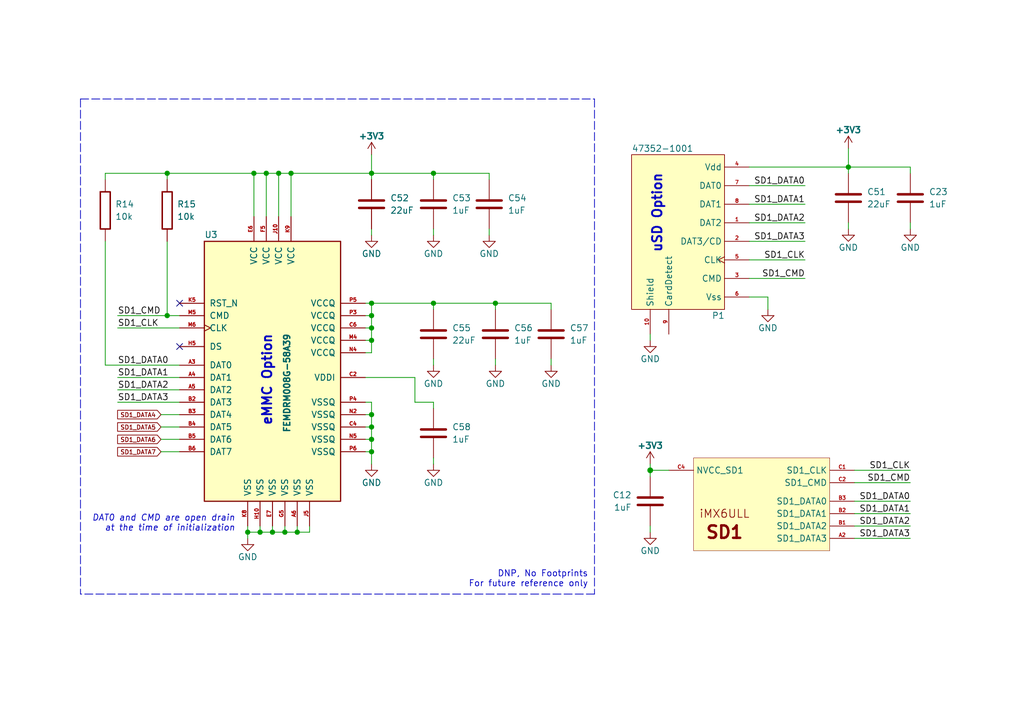
<source format=kicad_sch>
(kicad_sch (version 20210621) (generator eeschema)

  (uuid 38b0ffd5-ee94-430b-bd33-b3908748eaba)

  (paper "A5")

  (title_block
    (title "iMX6ULL Compute Module & Base Board")
    (date "2021-03-23")
    (rev "1.0")
    (company "AHSA Elektronik")
  )

  (lib_symbols
    (symbol "abdullah:+3.3V" (power) (pin_names (offset 0)) (in_bom yes) (on_board yes)
      (property "Reference" "#PWR" (id 0) (at 0 -3.81 0)
        (effects (font (size 1.27 1.27)) hide)
      )
      (property "Value" "+3.3V" (id 1) (at 0 3.81 0)
        (effects (font (size 1.27 1.27) bold))
      )
      (property "Footprint" "" (id 2) (at 0 0 0)
        (effects (font (size 1.27 1.27)) hide)
      )
      (property "Datasheet" "" (id 3) (at 0 0 0)
        (effects (font (size 1.27 1.27)) hide)
      )
      (symbol "+3.3V_0_1"
        (polyline
          (pts
            (xy -0.762 1.27)
            (xy 0 2.54)
          )
          (stroke (width 0)) (fill (type none))
        )
        (polyline
          (pts
            (xy 0 0)
            (xy 0 2.54)
          )
          (stroke (width 0)) (fill (type none))
        )
        (polyline
          (pts
            (xy 0 2.54)
            (xy 0.762 1.27)
          )
          (stroke (width 0)) (fill (type none))
        )
      )
      (symbol "+3.3V_1_1"
        (pin power_in line (at 0 0 90) (length 0) hide
          (name "+3V3" (effects (font (size 1.27 1.27))))
          (number "1" (effects (font (size 1.27 1.27))))
        )
      )
    )
    (symbol "abdullah:C-vert" (pin_numbers hide) (pin_names (offset 0.254)) (in_bom yes) (on_board yes)
      (property "Reference" "C" (id 0) (at 3.81 1.27 0)
        (effects (font (size 1.27 1.27)) (justify left))
      )
      (property "Value" "C-vert" (id 1) (at 3.81 -1.27 0)
        (effects (font (size 1.27 1.27)) (justify left))
      )
      (property "Footprint" "" (id 2) (at 1.27 -1.27 0)
        (effects (font (size 1.524 1.524)) hide)
      )
      (property "Datasheet" "" (id 3) (at 0 0 0)
        (effects (font (size 1.524 1.524)))
      )
      (property "Voltage" "V" (id 4) (at 3.81 -3.81 0)
        (effects (font (size 1.016 1.016)) (justify left) hide)
      )
      (property "Details" "Capacitor Ceramic Chip SMD 100nF 50V 0805 5%" (id 5) (at 0 0 0)
        (effects (font (size 1.27 1.27)) hide)
      )
      (property "ki_fp_filters" "SM* C? C1-1" (id 6) (at 0 0 0)
        (effects (font (size 1.27 1.27)) hide)
      )
      (symbol "C-vert_0_1"
        (polyline
          (pts
            (xy -2.54 -0.762)
            (xy 2.54 -0.762)
          )
          (stroke (width 0.508)) (fill (type none))
        )
        (polyline
          (pts
            (xy -2.54 0.762)
            (xy 2.54 0.762)
          )
          (stroke (width 0.508)) (fill (type none))
        )
      )
      (symbol "C-vert_1_1"
        (pin passive line (at 0 5.08 270) (length 4.318)
          (name "~" (effects (font (size 1.016 1.016))))
          (number "1" (effects (font (size 1.016 1.016))))
        )
        (pin passive line (at 0 -5.08 90) (length 4.318)
          (name "~" (effects (font (size 1.016 1.016))))
          (number "2" (effects (font (size 1.016 1.016))))
        )
      )
    )
    (symbol "abdullah:GND" (power) (pin_names (offset 0)) (in_bom yes) (on_board yes)
      (property "Reference" "#PWR" (id 0) (at 0 -6.35 0)
        (effects (font (size 1.27 1.27)) hide)
      )
      (property "Value" "GND" (id 1) (at 0 -3.81 0)
        (effects (font (size 1.27 1.27)))
      )
      (property "Footprint" "" (id 2) (at 0 0 0)
        (effects (font (size 1.27 1.27)) hide)
      )
      (property "Datasheet" "" (id 3) (at 0 0 0)
        (effects (font (size 1.27 1.27)) hide)
      )
      (symbol "GND_0_1"
        (polyline
          (pts
            (xy 0 0)
            (xy 0 -1.27)
            (xy 1.27 -1.27)
            (xy 0 -2.54)
            (xy -1.27 -1.27)
            (xy 0 -1.27)
          )
          (stroke (width 0)) (fill (type none))
        )
      )
      (symbol "GND_1_1"
        (pin power_in line (at 0 0 270) (length 0) hide
          (name "GND" (effects (font (size 1.27 1.27))))
          (number "1" (effects (font (size 1.27 1.27))))
        )
      )
    )
    (symbol "abdullah:R-vert" (pin_numbers hide) (pin_names (offset 0)) (in_bom yes) (on_board yes)
      (property "Reference" "R" (id 0) (at 2.032 1.27 0)
        (effects (font (size 1.27 1.27)) (justify left))
      )
      (property "Value" "R-vert" (id 1) (at 2.032 -1.27 0)
        (effects (font (size 1.27 1.27)) (justify left))
      )
      (property "Footprint" "" (id 2) (at -0.508 -1.27 0)
        (effects (font (size 1.524 1.524)) hide)
      )
      (property "Datasheet" "" (id 3) (at 0 0 0)
        (effects (font (size 1.524 1.524)))
      )
      (property "Wattage" "W" (id 4) (at 2.032 -3.81 0)
        (effects (font (size 1.016 1.016)) (justify left) hide)
      )
      (property "Details" "Resistor SMD 10k 0805 5%" (id 5) (at 0 0 0)
        (effects (font (size 1.27 1.27)) hide)
      )
      (property "ki_fp_filters" "R? SM0603 SM0805 R?-* SM1206" (id 6) (at 0 0 0)
        (effects (font (size 1.27 1.27)) hide)
      )
      (symbol "R-vert_0_1"
        (rectangle (start -1.016 3.81) (end 1.016 -3.81)
          (stroke (width 0.3048)) (fill (type none))
        )
      )
      (symbol "R-vert_1_1"
        (pin passive line (at 0 6.35 270) (length 2.54)
          (name "~" (effects (font (size 1.524 1.524))))
          (number "1" (effects (font (size 1.524 1.524))))
        )
        (pin passive line (at 0 -6.35 90) (length 2.54)
          (name "~" (effects (font (size 1.524 1.524))))
          (number "2" (effects (font (size 1.524 1.524))))
        )
      )
    )
    (symbol "abdullah:eMMC-FBGA150" (pin_names (offset 1.016)) (in_bom yes) (on_board yes)
      (property "Reference" "U" (id 0) (at -15.24 26.035 0)
        (effects (font (size 1.27 1.27)) (justify left bottom))
      )
      (property "Value" "eMMC-FBGA150" (id 1) (at -16.51 -30.48 0)
        (effects (font (size 1.27 1.27)) (justify left bottom))
      )
      (property "Footprint" "new-abdullah:153-VFBGA" (id 2) (at 20.32 -6.35 0)
        (effects (font (size 1.27 1.27)) (justify left bottom) hide)
      )
      (property "Datasheet" "" (id 3) (at -5.08 -2.54 0)
        (effects (font (size 1.27 1.27)) (justify left bottom) hide)
      )
      (property "Details" "" (id 4) (at -5.08 -2.54 0)
        (effects (font (size 1.27 1.27)) hide)
      )
      (symbol "eMMC-FBGA150_0_0"
        (rectangle (start -15.24 25.4) (end 12.7 -27.94)
          (stroke (width 0.254)) (fill (type background))
        )
        (pin bidirectional line (at -20.32 0 0) (length 5.08)
          (name "DAT0" (effects (font (size 1.27 1.27))))
          (number "A3" (effects (font (size 0.762 0.762))))
        )
        (pin bidirectional line (at -20.32 -2.54 0) (length 5.08)
          (name "DAT1" (effects (font (size 1.27 1.27))))
          (number "A4" (effects (font (size 0.762 0.762))))
        )
        (pin bidirectional line (at -20.32 -5.08 0) (length 5.08)
          (name "DAT2" (effects (font (size 1.27 1.27))))
          (number "A5" (effects (font (size 0.762 0.762))))
        )
        (pin power_in line (at 3.81 -33.02 90) (length 5.08)
          (name "VSS" (effects (font (size 1.27 1.27))))
          (number "A6" (effects (font (size 0.762 0.762))))
        )
        (pin bidirectional line (at -20.32 -7.62 0) (length 5.08)
          (name "DAT3" (effects (font (size 1.27 1.27))))
          (number "B2" (effects (font (size 0.762 0.762))))
        )
        (pin bidirectional line (at -20.32 -10.16 0) (length 5.08)
          (name "DAT4" (effects (font (size 1.27 1.27))))
          (number "B3" (effects (font (size 0.762 0.762))))
        )
        (pin bidirectional line (at -20.32 -12.7 0) (length 5.08)
          (name "DAT5" (effects (font (size 1.27 1.27))))
          (number "B4" (effects (font (size 0.762 0.762))))
        )
        (pin bidirectional line (at -20.32 -15.24 0) (length 5.08)
          (name "DAT6" (effects (font (size 1.27 1.27))))
          (number "B5" (effects (font (size 0.762 0.762))))
        )
        (pin bidirectional line (at -20.32 -17.78 0) (length 5.08)
          (name "DAT7" (effects (font (size 1.27 1.27))))
          (number "B6" (effects (font (size 0.762 0.762))))
        )
        (pin power_in line (at 17.78 -2.54 180) (length 5.08)
          (name "VDDI" (effects (font (size 1.27 1.27))))
          (number "C2" (effects (font (size 0.762 0.762))))
        )
        (pin power_in line (at 17.78 -12.7 180) (length 5.08)
          (name "VSSQ" (effects (font (size 1.27 1.27))))
          (number "C4" (effects (font (size 0.762 0.762))))
        )
        (pin power_in line (at 17.78 7.62 180) (length 5.08)
          (name "VCCQ" (effects (font (size 1.27 1.27))))
          (number "C6" (effects (font (size 0.762 0.762))))
        )
        (pin power_in line (at -5.08 30.48 270) (length 5.08)
          (name "VCC" (effects (font (size 1.27 1.27))))
          (number "E6" (effects (font (size 0.762 0.762))))
        )
        (pin power_in line (at -1.27 -33.02 90) (length 5.08)
          (name "VSS" (effects (font (size 1.27 1.27))))
          (number "E7" (effects (font (size 0.762 0.762))))
        )
        (pin power_in line (at -2.54 30.48 270) (length 5.08)
          (name "VCC" (effects (font (size 1.27 1.27))))
          (number "F5" (effects (font (size 0.762 0.762))))
        )
        (pin power_in line (at 1.27 -33.02 90) (length 5.08)
          (name "VSS" (effects (font (size 1.27 1.27))))
          (number "G5" (effects (font (size 0.762 0.762))))
        )
        (pin power_in line (at -3.81 -33.02 90) (length 5.08)
          (name "VSS" (effects (font (size 1.27 1.27))))
          (number "H10" (effects (font (size 0.762 0.762))))
        )
        (pin output line (at -20.32 3.81 0) (length 5.08)
          (name "DS" (effects (font (size 1.27 1.27))))
          (number "H5" (effects (font (size 0.762 0.762))))
        )
        (pin power_in line (at 0 30.48 270) (length 5.08)
          (name "VCC" (effects (font (size 1.27 1.27))))
          (number "J10" (effects (font (size 0.762 0.762))))
        )
        (pin power_in line (at 6.35 -33.02 90) (length 5.08)
          (name "VSS" (effects (font (size 1.27 1.27))))
          (number "J5" (effects (font (size 0.762 0.762))))
        )
        (pin input line (at -20.32 12.7 0) (length 5.08)
          (name "RST_N" (effects (font (size 1.27 1.27))))
          (number "K5" (effects (font (size 0.762 0.762))))
        )
        (pin power_in line (at -6.35 -33.02 90) (length 5.08)
          (name "VSS" (effects (font (size 1.27 1.27))))
          (number "K8" (effects (font (size 0.762 0.762))))
        )
        (pin power_in line (at 2.54 30.48 270) (length 5.08)
          (name "VCC" (effects (font (size 1.27 1.27))))
          (number "K9" (effects (font (size 0.762 0.762))))
        )
        (pin power_in line (at 17.78 5.08 180) (length 5.08)
          (name "VCCQ" (effects (font (size 1.27 1.27))))
          (number "M4" (effects (font (size 0.762 0.762))))
        )
        (pin input line (at -20.32 10.16 0) (length 5.08)
          (name "CMD" (effects (font (size 1.27 1.27))))
          (number "M5" (effects (font (size 0.762 0.762))))
        )
        (pin input clock (at -20.32 7.62 0) (length 5.08)
          (name "CLK" (effects (font (size 1.27 1.27))))
          (number "M6" (effects (font (size 0.762 0.762))))
        )
        (pin power_in line (at 17.78 -10.16 180) (length 5.08)
          (name "VSSQ" (effects (font (size 1.27 1.27))))
          (number "N2" (effects (font (size 0.762 0.762))))
        )
        (pin power_in line (at 17.78 2.54 180) (length 5.08)
          (name "VCCQ" (effects (font (size 1.27 1.27))))
          (number "N4" (effects (font (size 0.762 0.762))))
        )
        (pin power_in line (at 17.78 -15.24 180) (length 5.08)
          (name "VSSQ" (effects (font (size 1.27 1.27))))
          (number "N5" (effects (font (size 0.762 0.762))))
        )
        (pin power_in line (at 17.78 10.16 180) (length 5.08)
          (name "VCCQ" (effects (font (size 1.27 1.27))))
          (number "P3" (effects (font (size 0.762 0.762))))
        )
        (pin power_in line (at 17.78 -7.62 180) (length 5.08)
          (name "VSSQ" (effects (font (size 1.27 1.27))))
          (number "P4" (effects (font (size 0.762 0.762))))
        )
        (pin power_in line (at 17.78 12.7 180) (length 5.08)
          (name "VCCQ" (effects (font (size 1.27 1.27))))
          (number "P5" (effects (font (size 0.762 0.762))))
        )
        (pin power_in line (at 17.78 -17.78 180) (length 5.08)
          (name "VSSQ" (effects (font (size 1.27 1.27))))
          (number "P6" (effects (font (size 0.762 0.762))))
        )
      )
    )
    (symbol "abdullah:iMX6ULL_9" (in_bom yes) (on_board yes)
      (property "Reference" "U" (id 0) (at -24.13 -71.12 0)
        (effects (font (size 1.27 1.27)) hide)
      )
      (property "Value" "iMX6ULL" (id 1) (at -21.59 60.96 0)
        (effects (font (size 1.27 1.27)) hide)
      )
      (property "Footprint" "" (id 2) (at -49.53 41.91 0)
        (effects (font (size 1.27 1.27)) hide)
      )
      (property "Datasheet" "" (id 3) (at -49.53 41.91 0)
        (effects (font (size 1.27 1.27)) hide)
      )
      (property "ki_locked" "" (id 4) (at 0 0 0)
        (effects (font (size 1.27 1.27)))
      )
      (symbol "iMX6ULL_9_1_1"
        (text "iMX6ULL" (at 0 -52.07 0)
          (effects (font (size 3.81 3.81)))
        )
        (text "POWER" (at 0 -60.96 0)
          (effects (font (size 5.08 5.08) bold))
        )
        (rectangle (start -25.4 58.42) (end 26.67 -71.12)
          (stroke (width 0.0006)) (fill (type background))
        )
        (pin unspecified line (at -30.48 -12.7 0) (length 5.08)
          (name "VSS1" (effects (font (size 1.27 1.27))))
          (number "A1" (effects (font (size 0.762 0.762))))
        )
        (pin unspecified line (at -30.48 -15.24 0) (length 5.08)
          (name "VSS2" (effects (font (size 1.27 1.27))))
          (number "A17" (effects (font (size 0.762 0.762))))
        )
        (pin unspecified line (at -30.48 -22.86 0) (length 5.08)
          (name "VSS5" (effects (font (size 1.27 1.27))))
          (number "C11" (effects (font (size 0.762 0.762))))
        )
        (pin unspecified line (at -30.48 -25.4 0) (length 5.08)
          (name "VSS6" (effects (font (size 1.27 1.27))))
          (number "C15" (effects (font (size 0.762 0.762))))
        )
        (pin unspecified line (at -30.48 -17.78 0) (length 5.08)
          (name "VSS3" (effects (font (size 1.27 1.27))))
          (number "C3" (effects (font (size 0.762 0.762))))
        )
        (pin unspecified line (at -30.48 -20.32 0) (length 5.08)
          (name "VSS4" (effects (font (size 1.27 1.27))))
          (number "C7" (effects (font (size 0.762 0.762))))
        )
        (pin unspecified line (at -30.48 -30.48 0) (length 5.08)
          (name "VSS8" (effects (font (size 1.27 1.27))))
          (number "E11" (effects (font (size 0.762 0.762))))
        )
        (pin unspecified line (at -30.48 -27.94 0) (length 5.08)
          (name "VSS7" (effects (font (size 1.27 1.27))))
          (number "E8" (effects (font (size 0.762 0.762))))
        )
        (pin unspecified line (at -30.48 -43.18 0) (length 5.08)
          (name "VSS13" (effects (font (size 1.27 1.27))))
          (number "F10" (effects (font (size 0.762 0.762))))
        )
        (pin unspecified line (at -30.48 -45.72 0) (length 5.08)
          (name "VSS14" (effects (font (size 1.27 1.27))))
          (number "F11" (effects (font (size 0.762 0.762))))
        )
        (pin unspecified line (at -30.48 -48.26 0) (length 5.08)
          (name "VSS15" (effects (font (size 1.27 1.27))))
          (number "F12" (effects (font (size 0.762 0.762))))
        )
        (pin unspecified line (at -30.48 -33.02 0) (length 5.08)
          (name "VSS9" (effects (font (size 1.27 1.27))))
          (number "F6" (effects (font (size 0.762 0.762))))
        )
        (pin unspecified line (at -30.48 -35.56 0) (length 5.08)
          (name "VSS10" (effects (font (size 1.27 1.27))))
          (number "F7" (effects (font (size 0.762 0.762))))
        )
        (pin unspecified line (at -30.48 -38.1 0) (length 5.08)
          (name "VSS11" (effects (font (size 1.27 1.27))))
          (number "F8" (effects (font (size 0.762 0.762))))
        )
        (pin unspecified line (at -30.48 -40.64 0) (length 5.08)
          (name "VSS12" (effects (font (size 1.27 1.27))))
          (number "F9" (effects (font (size 0.762 0.762))))
        )
        (pin unspecified line (at 31.75 53.34 180) (length 5.08)
          (name "VDD_ARM_CAP_2" (effects (font (size 1.27 1.27))))
          (number "G10" (effects (font (size 0.762 0.762))))
        )
        (pin unspecified line (at 31.75 50.8 180) (length 5.08)
          (name "VDD_ARM_CAP_3" (effects (font (size 1.27 1.27))))
          (number "G11" (effects (font (size 0.762 0.762))))
        )
        (pin unspecified line (at -30.48 -58.42 0) (length 5.08)
          (name "VSS19" (effects (font (size 1.27 1.27))))
          (number "G12" (effects (font (size 0.762 0.762))))
        )
        (pin unspecified line (at -30.48 -60.96 0) (length 5.08)
          (name "VSS20" (effects (font (size 1.27 1.27))))
          (number "G15" (effects (font (size 0.762 0.762))))
        )
        (pin unspecified line (at -30.48 -50.8 0) (length 5.08)
          (name "VSS16" (effects (font (size 1.27 1.27))))
          (number "G3" (effects (font (size 0.762 0.762))))
        )
        (pin unspecified line (at -30.48 -53.34 0) (length 5.08)
          (name "VSS17" (effects (font (size 1.27 1.27))))
          (number "G5" (effects (font (size 0.762 0.762))))
        )
        (pin unspecified line (at -30.48 -55.88 0) (length 5.08)
          (name "VSS18" (effects (font (size 1.27 1.27))))
          (number "G7" (effects (font (size 0.762 0.762))))
        )
        (pin unspecified line (at 31.75 43.18 180) (length 5.08)
          (name "VDD_SOC_CAP1" (effects (font (size 1.27 1.27))))
          (number "G8" (effects (font (size 0.762 0.762))))
        )
        (pin unspecified line (at 31.75 55.88 180) (length 5.08)
          (name "VDD_ARM_CAP_1" (effects (font (size 1.27 1.27))))
          (number "G9" (effects (font (size 0.762 0.762))))
        )
        (pin unspecified line (at -30.48 40.64 0) (length 5.08)
          (name "VDD_SOC_IN2" (effects (font (size 1.27 1.27))))
          (number "H10" (effects (font (size 0.762 0.762))))
        )
        (pin unspecified line (at 31.75 48.26 180) (length 5.08)
          (name "VDD_ARM_CAP_4" (effects (font (size 1.27 1.27))))
          (number "H11" (effects (font (size 0.762 0.762))))
        )
        (pin unspecified line (at -30.48 -66.04 0) (length 5.08)
          (name "VSS22" (effects (font (size 1.27 1.27))))
          (number "H12" (effects (font (size 0.762 0.762))))
        )
        (pin unspecified line (at -30.48 -63.5 0) (length 5.08)
          (name "VSS21" (effects (font (size 1.27 1.27))))
          (number "H7" (effects (font (size 0.762 0.762))))
        )
        (pin unspecified line (at 31.75 40.64 180) (length 5.08)
          (name "VDD_SOC_CAP2" (effects (font (size 1.27 1.27))))
          (number "H8" (effects (font (size 0.762 0.762))))
        )
        (pin unspecified line (at -30.48 43.18 0) (length 5.08)
          (name "VDD_SOC_IN1" (effects (font (size 1.27 1.27))))
          (number "H9" (effects (font (size 0.762 0.762))))
        )
        (pin unspecified line (at -30.48 35.56 0) (length 5.08)
          (name "VDD_SOC_IN4" (effects (font (size 1.27 1.27))))
          (number "J10" (effects (font (size 0.762 0.762))))
        )
        (pin unspecified line (at 31.75 35.56 180) (length 5.08)
          (name "VDD_SOC_CAP4" (effects (font (size 1.27 1.27))))
          (number "J11" (effects (font (size 0.762 0.762))))
        )
        (pin unspecified line (at 31.75 -66.04 180) (length 5.08)
          (name "VSS25" (effects (font (size 1.27 1.27))))
          (number "J12" (effects (font (size 0.762 0.762))))
        )
        (pin unspecified line (at -30.48 -68.58 0) (length 5.08)
          (name "VSS23" (effects (font (size 1.27 1.27))))
          (number "J5" (effects (font (size 0.762 0.762))))
        )
        (pin unspecified line (at 31.75 -68.58 180) (length 5.08)
          (name "VSS24" (effects (font (size 1.27 1.27))))
          (number "J7" (effects (font (size 0.762 0.762))))
        )
        (pin unspecified line (at 31.75 38.1 180) (length 5.08)
          (name "VDD_SOC_CAP3" (effects (font (size 1.27 1.27))))
          (number "J8" (effects (font (size 0.762 0.762))))
        )
        (pin unspecified line (at -30.48 38.1 0) (length 5.08)
          (name "VDD_SOC_IN3" (effects (font (size 1.27 1.27))))
          (number "J9" (effects (font (size 0.762 0.762))))
        )
        (pin unspecified line (at -30.48 30.48 0) (length 5.08)
          (name "VDD_SOC_IN6" (effects (font (size 1.27 1.27))))
          (number "K10" (effects (font (size 0.762 0.762))))
        )
        (pin unspecified line (at 31.75 30.48 180) (length 5.08)
          (name "VDD_SOC_CAP6" (effects (font (size 1.27 1.27))))
          (number "K11" (effects (font (size 0.762 0.762))))
        )
        (pin unspecified line (at 31.75 -60.96 180) (length 5.08)
          (name "VSS27" (effects (font (size 1.27 1.27))))
          (number "K12" (effects (font (size 0.762 0.762))))
        )
        (pin unspecified line (at 31.75 -63.5 180) (length 5.08)
          (name "VSS26" (effects (font (size 1.27 1.27))))
          (number "K7" (effects (font (size 0.762 0.762))))
        )
        (pin unspecified line (at 31.75 33.02 180) (length 5.08)
          (name "VDD_SOC_CAP5" (effects (font (size 1.27 1.27))))
          (number "K8" (effects (font (size 0.762 0.762))))
        )
        (pin unspecified line (at -30.48 33.02 0) (length 5.08)
          (name "VDD_SOC_IN5" (effects (font (size 1.27 1.27))))
          (number "K9" (effects (font (size 0.762 0.762))))
        )
        (pin unspecified line (at 31.75 22.86 180) (length 5.08)
          (name "VDD_SOC_CAP9" (effects (font (size 1.27 1.27))))
          (number "L10" (effects (font (size 0.762 0.762))))
        )
        (pin unspecified line (at 31.75 20.32 180) (length 5.08)
          (name "VDD_SOC_CAP10" (effects (font (size 1.27 1.27))))
          (number "L11" (effects (font (size 0.762 0.762))))
        )
        (pin unspecified line (at 31.75 -53.34 180) (length 5.08)
          (name "VSS30" (effects (font (size 1.27 1.27))))
          (number "L12" (effects (font (size 0.762 0.762))))
        )
        (pin unspecified line (at 31.75 -58.42 180) (length 5.08)
          (name "VSS28" (effects (font (size 1.27 1.27))))
          (number "L3" (effects (font (size 0.762 0.762))))
        )
        (pin unspecified line (at 31.75 -55.88 180) (length 5.08)
          (name "VSS29" (effects (font (size 1.27 1.27))))
          (number "L7" (effects (font (size 0.762 0.762))))
        )
        (pin unspecified line (at 31.75 27.94 180) (length 5.08)
          (name "VDD_SOC_CAP7" (effects (font (size 1.27 1.27))))
          (number "L8" (effects (font (size 0.762 0.762))))
        )
        (pin unspecified line (at 31.75 25.4 180) (length 5.08)
          (name "VDD_SOC_CAP8" (effects (font (size 1.27 1.27))))
          (number "L9" (effects (font (size 0.762 0.762))))
        )
        (pin unspecified line (at 31.75 -43.18 180) (length 5.08)
          (name "VSS34" (effects (font (size 1.27 1.27))))
          (number "M10" (effects (font (size 0.762 0.762))))
        )
        (pin unspecified line (at 31.75 -40.64 180) (length 5.08)
          (name "VSS35" (effects (font (size 1.27 1.27))))
          (number "M11" (effects (font (size 0.762 0.762))))
        )
        (pin unspecified line (at -30.48 -10.16 0) (length 5.08)
          (name "NGND_KEL0" (effects (font (size 1.27 1.27))))
          (number "M12" (effects (font (size 0.762 0.762))))
        )
        (pin unspecified line (at 31.75 -50.8 180) (length 5.08)
          (name "VSS31" (effects (font (size 1.27 1.27))))
          (number "M7" (effects (font (size 0.762 0.762))))
        )
        (pin unspecified line (at 31.75 -48.26 180) (length 5.08)
          (name "VSS32" (effects (font (size 1.27 1.27))))
          (number "M8" (effects (font (size 0.762 0.762))))
        )
        (pin unspecified line (at 31.75 -45.72 180) (length 5.08)
          (name "VSS33" (effects (font (size 1.27 1.27))))
          (number "M9" (effects (font (size 0.762 0.762))))
        )
        (pin unspecified line (at 31.75 -1.27 180) (length 5.08)
          (name "VDD_SNVS_CAP" (effects (font (size 1.27 1.27))))
          (number "N12" (effects (font (size 0.762 0.762))))
        )
        (pin unspecified line (at -30.48 13.97 0) (length 5.08)
          (name "VDD_HIGH_IN" (effects (font (size 1.27 1.27))))
          (number "N13" (effects (font (size 0.762 0.762))))
        )
        (pin unspecified line (at 31.75 -38.1 180) (length 5.08)
          (name "VSS36" (effects (font (size 1.27 1.27))))
          (number "N3" (effects (font (size 0.762 0.762))))
        )
        (pin unspecified line (at 31.75 -35.56 180) (length 5.08)
          (name "VSS37" (effects (font (size 1.27 1.27))))
          (number "N5" (effects (font (size 0.762 0.762))))
        )
        (pin unspecified line (at -30.48 3.81 0) (length 5.08)
          (name "VDD_SNVS_IN" (effects (font (size 1.27 1.27))))
          (number "P12" (effects (font (size 0.762 0.762))))
        )
        (pin unspecified line (at 31.75 3.81 180) (length 5.08)
          (name "NVCC_PLL" (effects (font (size 1.27 1.27))))
          (number "P13" (effects (font (size 0.762 0.762))))
        )
        (pin unspecified line (at 31.75 -25.4 180) (length 5.08)
          (name "VSS41" (effects (font (size 1.27 1.27))))
          (number "R11" (effects (font (size 0.762 0.762))))
        )
        (pin unspecified line (at 31.75 13.97 180) (length 5.08)
          (name "VDD_HIGH_CAP1" (effects (font (size 1.27 1.27))))
          (number "R14" (effects (font (size 0.762 0.762))))
        )
        (pin unspecified line (at 31.75 11.43 180) (length 5.08)
          (name "VDD_HIGH_CAP2" (effects (font (size 1.27 1.27))))
          (number "R15" (effects (font (size 0.762 0.762))))
        )
        (pin unspecified line (at 31.75 -22.86 180) (length 5.08)
          (name "VSS42" (effects (font (size 1.27 1.27))))
          (number "R16" (effects (font (size 0.762 0.762))))
        )
        (pin unspecified line (at 31.75 -20.32 180) (length 5.08)
          (name "VSS43" (effects (font (size 1.27 1.27))))
          (number "R17" (effects (font (size 0.762 0.762))))
        )
        (pin unspecified line (at 31.75 -33.02 180) (length 5.08)
          (name "VSS38" (effects (font (size 1.27 1.27))))
          (number "R3" (effects (font (size 0.762 0.762))))
        )
        (pin unspecified line (at 31.75 -30.48 180) (length 5.08)
          (name "VSS39" (effects (font (size 1.27 1.27))))
          (number "R5" (effects (font (size 0.762 0.762))))
        )
        (pin unspecified line (at 31.75 -27.94 180) (length 5.08)
          (name "VSS40" (effects (font (size 1.27 1.27))))
          (number "R7" (effects (font (size 0.762 0.762))))
        )
        (pin unspecified line (at 31.75 -17.78 180) (length 5.08)
          (name "VSS44" (effects (font (size 1.27 1.27))))
          (number "T14" (effects (font (size 0.762 0.762))))
        )
        (pin unspecified line (at 31.75 -15.24 180) (length 5.08)
          (name "VSS45" (effects (font (size 1.27 1.27))))
          (number "U1" (effects (font (size 0.762 0.762))))
        )
        (pin unspecified line (at 31.75 -12.7 180) (length 5.08)
          (name "VSS46" (effects (font (size 1.27 1.27))))
          (number "U14" (effects (font (size 0.762 0.762))))
        )
        (pin unspecified line (at 31.75 -10.16 180) (length 5.08)
          (name "VSS47" (effects (font (size 1.27 1.27))))
          (number "U17" (effects (font (size 0.762 0.762))))
        )
      )
      (symbol "iMX6ULL_9_2_1"
        (text "DRAM" (at 1.27 33.02 0)
          (effects (font (size 5.08 5.08) bold))
        )
        (text "iMX6ULL" (at 1.27 41.91 0)
          (effects (font (size 3.81 3.81)))
        )
        (rectangle (start -29.21 48.26) (end 30.48 -54.61)
          (stroke (width 0.0006)) (fill (type background))
        )
        (pin unspecified line (at 35.56 -17.78 180) (length 5.08)
          (name "DRAM_ODT1" (effects (font (size 1.27 1.27))))
          (number "F1" (effects (font (size 0.762 0.762))))
        )
        (pin unspecified line (at -34.29 10.16 0) (length 5.08)
          (name "DRAM_ADDR14" (effects (font (size 1.27 1.27))))
          (number "G1" (effects (font (size 0.762 0.762))))
        )
        (pin unspecified line (at -34.29 30.48 0) (length 5.08)
          (name "DRAM_ADDR6" (effects (font (size 1.27 1.27))))
          (number "G2" (effects (font (size 0.762 0.762))))
        )
        (pin unspecified line (at -34.29 -39.37 0) (length 5.08)
          (name "DRAM_RESET" (effects (font (size 1.27 1.27))))
          (number "G4" (effects (font (size 0.762 0.762))))
        )
        (pin unspecified line (at 35.56 -39.37 180) (length 5.08)
          (name "NVCC_DRAM1" (effects (font (size 1.27 1.27))))
          (number "G6" (effects (font (size 0.762 0.762))))
        )
        (pin unspecified line (at -34.29 -5.08 0) (length 5.08)
          (name "DRAM_SDBA1" (effects (font (size 1.27 1.27))))
          (number "H1" (effects (font (size 0.762 0.762))))
        )
        (pin unspecified line (at -34.29 43.18 0) (length 5.08)
          (name "DRAM_ADDR1" (effects (font (size 1.27 1.27))))
          (number "H2" (effects (font (size 0.762 0.762))))
        )
        (pin unspecified line (at -34.29 12.7 0) (length 5.08)
          (name "DRAM_ADDR13" (effects (font (size 1.27 1.27))))
          (number "H3" (effects (font (size 0.762 0.762))))
        )
        (pin unspecified line (at -34.29 27.94 0) (length 5.08)
          (name "DRAM_ADDR7" (effects (font (size 1.27 1.27))))
          (number "H4" (effects (font (size 0.762 0.762))))
        )
        (pin unspecified line (at -34.29 -16.51 0) (length 5.08)
          (name "~{DRAM_CS1}" (effects (font (size 1.27 1.27))))
          (number "H5" (effects (font (size 0.762 0.762))))
        )
        (pin unspecified line (at 35.56 -41.91 180) (length 5.08)
          (name "NVCC_DRAM2" (effects (font (size 1.27 1.27))))
          (number "H6" (effects (font (size 0.762 0.762))))
        )
        (pin unspecified line (at -34.29 -26.67 0) (length 5.08)
          (name "~{DRAM_SDWE}" (effects (font (size 1.27 1.27))))
          (number "J1" (effects (font (size 0.762 0.762))))
        )
        (pin unspecified line (at -34.29 -24.13 0) (length 5.08)
          (name "~{DRAM_CAS}" (effects (font (size 1.27 1.27))))
          (number "J2" (effects (font (size 0.762 0.762))))
        )
        (pin unspecified line (at 35.56 -27.94 180) (length 5.08)
          (name "DRAM_SDCKE1" (effects (font (size 1.27 1.27))))
          (number "J3" (effects (font (size 0.762 0.762))))
        )
        (pin unspecified line (at -34.29 25.4 0) (length 5.08)
          (name "DRAM_ADDR8" (effects (font (size 1.27 1.27))))
          (number "J4" (effects (font (size 0.762 0.762))))
        )
        (pin unspecified line (at 35.56 -44.45 180) (length 5.08)
          (name "NVCC_DRAM3" (effects (font (size 1.27 1.27))))
          (number "J6" (effects (font (size 0.762 0.762))))
        )
        (pin unspecified line (at -34.29 40.64 0) (length 5.08)
          (name "DRAM_ADDR2" (effects (font (size 1.27 1.27))))
          (number "K1" (effects (font (size 0.762 0.762))))
        )
        (pin unspecified line (at -34.29 -7.62 0) (length 5.08)
          (name "DRAM_SDBA2" (effects (font (size 1.27 1.27))))
          (number "K2" (effects (font (size 0.762 0.762))))
        )
        (pin unspecified line (at -34.29 17.78 0) (length 5.08)
          (name "DRAM_ADDR11" (effects (font (size 1.27 1.27))))
          (number "K3" (effects (font (size 0.762 0.762))))
        )
        (pin unspecified line (at -34.29 35.56 0) (length 5.08)
          (name "DRAM_ADDR4" (effects (font (size 1.27 1.27))))
          (number "K4" (effects (font (size 0.762 0.762))))
        )
        (pin unspecified line (at -34.29 7.62 0) (length 5.08)
          (name "DRAM_ADDR15" (effects (font (size 1.27 1.27))))
          (number "K5" (effects (font (size 0.762 0.762))))
        )
        (pin unspecified line (at 35.56 -46.99 180) (length 5.08)
          (name "NVCC_DRAM4" (effects (font (size 1.27 1.27))))
          (number "K6" (effects (font (size 0.762 0.762))))
        )
        (pin unspecified line (at -34.29 33.02 0) (length 5.08)
          (name "DRAM_ADDR5" (effects (font (size 1.27 1.27))))
          (number "L1" (effects (font (size 0.762 0.762))))
        )
        (pin unspecified line (at -34.29 22.86 0) (length 5.08)
          (name "DRAM_ADDR9" (effects (font (size 1.27 1.27))))
          (number "L2" (effects (font (size 0.762 0.762))))
        )
        (pin unspecified line (at -34.29 15.24 0) (length 5.08)
          (name "DRAM_ADDR12" (effects (font (size 1.27 1.27))))
          (number "L4" (effects (font (size 0.762 0.762))))
        )
        (pin unspecified line (at -34.29 45.72 0) (length 5.08)
          (name "DRAM_ADDR0" (effects (font (size 1.27 1.27))))
          (number "L5" (effects (font (size 0.762 0.762))))
        )
        (pin unspecified line (at 35.56 -49.53 180) (length 5.08)
          (name "NVCC_DRAM5" (effects (font (size 1.27 1.27))))
          (number "L6" (effects (font (size 0.762 0.762))))
        )
        (pin unspecified line (at -34.29 -2.54 0) (length 5.08)
          (name "DRAM_SDBA0" (effects (font (size 1.27 1.27))))
          (number "M1" (effects (font (size 0.762 0.762))))
        )
        (pin unspecified line (at -34.29 38.1 0) (length 5.08)
          (name "DRAM_ADDR3" (effects (font (size 1.27 1.27))))
          (number "M2" (effects (font (size 0.762 0.762))))
        )
        (pin unspecified line (at 35.56 -30.48 180) (length 5.08)
          (name "DRAM_SDCKE0" (effects (font (size 1.27 1.27))))
          (number "M3" (effects (font (size 0.762 0.762))))
        )
        (pin unspecified line (at -34.29 20.32 0) (length 5.08)
          (name "DRAM_ADDR10" (effects (font (size 1.27 1.27))))
          (number "M4" (effects (font (size 0.762 0.762))))
        )
        (pin unspecified line (at -34.29 -21.59 0) (length 5.08)
          (name "~{DRAM_RAS}" (effects (font (size 1.27 1.27))))
          (number "M5" (effects (font (size 0.762 0.762))))
        )
        (pin unspecified line (at 35.56 -52.07 180) (length 5.08)
          (name "NVCC_DRAM6" (effects (font (size 1.27 1.27))))
          (number "M6" (effects (font (size 0.762 0.762))))
        )
        (pin unspecified line (at 35.56 -20.32 180) (length 5.08)
          (name "DRAM_ODT0" (effects (font (size 1.27 1.27))))
          (number "N1" (effects (font (size 0.762 0.762))))
        )
        (pin unspecified line (at -34.29 -13.97 0) (length 5.08)
          (name "~{DRAM_CS0}" (effects (font (size 1.27 1.27))))
          (number "N2" (effects (font (size 0.762 0.762))))
        )
        (pin unspecified line (at -34.29 -44.45 0) (length 5.08)
          (name "DRAM_ZQPAD" (effects (font (size 1.27 1.27))))
          (number "N4" (effects (font (size 0.762 0.762))))
        )
        (pin unspecified line (at -34.29 -48.26 0) (length 5.08)
          (name "NVCC_DRAM_2P5" (effects (font (size 1.27 1.27))))
          (number "N6" (effects (font (size 0.762 0.762))))
        )
        (pin unspecified line (at -34.29 -31.75 0) (length 5.08)
          (name "DRAM_SDCLK0_P" (effects (font (size 1.27 1.27))))
          (number "P1" (effects (font (size 0.762 0.762))))
        )
        (pin unspecified line (at -34.29 -34.29 0) (length 5.08)
          (name "DRAM_SDCLK0_N" (effects (font (size 1.27 1.27))))
          (number "P2" (effects (font (size 0.762 0.762))))
        )
        (pin unspecified line (at 35.56 2.54 180) (length 5.08)
          (name "DRAM_DATA13" (effects (font (size 1.27 1.27))))
          (number "P3" (effects (font (size 0.762 0.762))))
        )
        (pin unspecified line (at -34.29 -52.07 0) (length 5.08)
          (name "DRAM_VREF" (effects (font (size 1.27 1.27))))
          (number "P4" (effects (font (size 0.762 0.762))))
        )
        (pin unspecified line (at 35.56 5.08 180) (length 5.08)
          (name "DRAM_DATA12" (effects (font (size 1.27 1.27))))
          (number "P5" (effects (font (size 0.762 0.762))))
        )
        (pin unspecified line (at 35.56 25.4 180) (length 5.08)
          (name "DRAM_SDQS0_P" (effects (font (size 1.27 1.27))))
          (number "P6" (effects (font (size 0.762 0.762))))
        )
        (pin unspecified line (at 35.56 22.86 180) (length 5.08)
          (name "DRAM_SDQS0_N" (effects (font (size 1.27 1.27))))
          (number "P7" (effects (font (size 0.762 0.762))))
        )
        (pin unspecified line (at 35.56 -2.54 180) (length 5.08)
          (name "DRAM_DATA15" (effects (font (size 1.27 1.27))))
          (number "R1" (effects (font (size 0.762 0.762))))
        )
        (pin unspecified line (at 35.56 0 180) (length 5.08)
          (name "DRAM_DATA14" (effects (font (size 1.27 1.27))))
          (number "R2" (effects (font (size 0.762 0.762))))
        )
        (pin unspecified line (at 35.56 7.62 180) (length 5.08)
          (name "DRAM_DATA11" (effects (font (size 1.27 1.27))))
          (number "R4" (effects (font (size 0.762 0.762))))
        )
        (pin unspecified line (at 35.56 -5.08 180) (length 5.08)
          (name "DRAM_SDQS1_P" (effects (font (size 1.27 1.27))))
          (number "T1" (effects (font (size 0.762 0.762))))
        )
        (pin unspecified line (at 35.56 -7.62 180) (length 5.08)
          (name "DRAM_SDQS1_N" (effects (font (size 1.27 1.27))))
          (number "T2" (effects (font (size 0.762 0.762))))
        )
        (pin unspecified line (at 35.56 -10.16 180) (length 5.08)
          (name "DRAM_DQM1" (effects (font (size 1.27 1.27))))
          (number "T3" (effects (font (size 0.762 0.762))))
        )
        (pin unspecified line (at 35.56 45.72 180) (length 5.08)
          (name "DRAM_DATA0" (effects (font (size 1.27 1.27))))
          (number "T4" (effects (font (size 0.762 0.762))))
        )
        (pin unspecified line (at 35.56 30.48 180) (length 5.08)
          (name "DRAM_DATA6" (effects (font (size 1.27 1.27))))
          (number "T5" (effects (font (size 0.762 0.762))))
        )
        (pin unspecified line (at 35.56 40.64 180) (length 5.08)
          (name "DRAM_DATA2" (effects (font (size 1.27 1.27))))
          (number "T6" (effects (font (size 0.762 0.762))))
        )
        (pin unspecified line (at 35.56 20.32 180) (length 5.08)
          (name "DRAM_DQM0" (effects (font (size 1.27 1.27))))
          (number "T7" (effects (font (size 0.762 0.762))))
        )
        (pin unspecified line (at 35.56 33.02 180) (length 5.08)
          (name "DRAM_DATA5" (effects (font (size 1.27 1.27))))
          (number "T8" (effects (font (size 0.762 0.762))))
        )
        (pin unspecified line (at 35.56 15.24 180) (length 5.08)
          (name "DRAM_DATA8" (effects (font (size 1.27 1.27))))
          (number "U2" (effects (font (size 0.762 0.762))))
        )
        (pin unspecified line (at 35.56 12.7 180) (length 5.08)
          (name "DRAM_DATA9" (effects (font (size 1.27 1.27))))
          (number "U3" (effects (font (size 0.762 0.762))))
        )
        (pin unspecified line (at 35.56 27.94 180) (length 5.08)
          (name "DRAM_DATA7" (effects (font (size 1.27 1.27))))
          (number "U4" (effects (font (size 0.762 0.762))))
        )
        (pin unspecified line (at 35.56 10.16 180) (length 5.08)
          (name "DRAM_DATA10" (effects (font (size 1.27 1.27))))
          (number "U5" (effects (font (size 0.762 0.762))))
        )
        (pin unspecified line (at 35.56 43.18 180) (length 5.08)
          (name "DRAM_DATA1" (effects (font (size 1.27 1.27))))
          (number "U6" (effects (font (size 0.762 0.762))))
        )
        (pin unspecified line (at 35.56 38.1 180) (length 5.08)
          (name "DRAM_DATA3" (effects (font (size 1.27 1.27))))
          (number "U7" (effects (font (size 0.762 0.762))))
        )
        (pin unspecified line (at 35.56 35.56 180) (length 5.08)
          (name "DRAM_DATA4" (effects (font (size 1.27 1.27))))
          (number "U8" (effects (font (size 0.762 0.762))))
        )
      )
      (symbol "iMX6ULL_9_3_1"
        (text "iMX6ULL" (at -6.35 -19.05 0)
          (effects (font (size 1.905 1.905)))
        )
        (text "NAND" (at -6.35 -22.86 0)
          (effects (font (size 2.54 2.54) bold))
        )
        (rectangle (start -13.97 22.86) (end 15.24 -27.94)
          (stroke (width 0.0006)) (fill (type background))
        )
        (pin unspecified line (at 20.32 0 180) (length 5.08)
          (name "~{NAND_READY}" (effects (font (size 1.27 1.27))))
          (number "A3" (effects (font (size 0.762 0.762))))
        )
        (pin unspecified line (at 20.32 10.16 180) (length 5.08)
          (name "NAND_CLE" (effects (font (size 1.27 1.27))))
          (number "A4" (effects (font (size 0.762 0.762))))
        )
        (pin unspecified line (at 20.32 -25.4 180) (length 5.08)
          (name "NAND_DATA7" (effects (font (size 1.27 1.27))))
          (number "A5" (effects (font (size 0.762 0.762))))
        )
        (pin unspecified line (at 20.32 -22.86 180) (length 5.08)
          (name "NAND_DATA6" (effects (font (size 1.27 1.27))))
          (number "A6" (effects (font (size 0.762 0.762))))
        )
        (pin unspecified line (at 20.32 -12.7 180) (length 5.08)
          (name "NAND_DATA2" (effects (font (size 1.27 1.27))))
          (number "A7" (effects (font (size 0.762 0.762))))
        )
        (pin unspecified line (at 20.32 12.7 180) (length 5.08)
          (name "NAND_ALE" (effects (font (size 1.27 1.27))))
          (number "B4" (effects (font (size 0.762 0.762))))
        )
        (pin unspecified line (at 20.32 17.78 180) (length 5.08)
          (name "~{NAND_CE1}" (effects (font (size 1.27 1.27))))
          (number "B5" (effects (font (size 0.762 0.762))))
        )
        (pin unspecified line (at 20.32 -20.32 180) (length 5.08)
          (name "NAND_DATA5" (effects (font (size 1.27 1.27))))
          (number "B6" (effects (font (size 0.762 0.762))))
        )
        (pin unspecified line (at 20.32 -10.16 180) (length 5.08)
          (name "NAND_DATA1" (effects (font (size 1.27 1.27))))
          (number "B7" (effects (font (size 0.762 0.762))))
        )
        (pin unspecified line (at 20.32 20.32 180) (length 5.08)
          (name "~{NAND_CE0}" (effects (font (size 1.27 1.27))))
          (number "C5" (effects (font (size 0.762 0.762))))
        )
        (pin unspecified line (at 20.32 -17.78 180) (length 5.08)
          (name "NAND_DATA4" (effects (font (size 1.27 1.27))))
          (number "C6" (effects (font (size 0.762 0.762))))
        )
        (pin unspecified line (at 20.32 5.08 180) (length 5.08)
          (name "~{NAND_WE}" (effects (font (size 1.27 1.27))))
          (number "C8" (effects (font (size 0.762 0.762))))
        )
        (pin unspecified line (at 20.32 2.54 180) (length 5.08)
          (name "~{NAND_WP}" (effects (font (size 1.27 1.27))))
          (number "D5" (effects (font (size 0.762 0.762))))
        )
        (pin unspecified line (at 20.32 -15.24 180) (length 5.08)
          (name "NAND_DATA3" (effects (font (size 1.27 1.27))))
          (number "D6" (effects (font (size 0.762 0.762))))
        )
        (pin unspecified line (at 20.32 -7.62 180) (length 5.08)
          (name "NAND_DATA0" (effects (font (size 1.27 1.27))))
          (number "D7" (effects (font (size 0.762 0.762))))
        )
        (pin unspecified line (at 20.32 7.62 180) (length 5.08)
          (name "~{NAND_RE}" (effects (font (size 1.27 1.27))))
          (number "D8" (effects (font (size 0.762 0.762))))
        )
        (pin unspecified line (at 20.32 -2.54 180) (length 5.08)
          (name "NAND_DQS" (effects (font (size 1.27 1.27))))
          (number "E6" (effects (font (size 0.762 0.762))))
        )
        (pin unspecified line (at -19.05 20.32 0) (length 5.08)
          (name "NVCC_NAND" (effects (font (size 1.27 1.27))))
          (number "E7" (effects (font (size 0.762 0.762))))
        )
      )
      (symbol "iMX6ULL_9_4_1"
        (text "CSI" (at -6.35 -16.51 0)
          (effects (font (size 2.54 2.54) bold))
        )
        (text "iMX6ULL" (at -6.35 -12.7 0)
          (effects (font (size 1.651 1.651)))
        )
        (rectangle (start -12.7 17.78) (end 11.43 -20.32)
          (stroke (width 0.0006)) (fill (type background))
        )
        (pin unspecified line (at 16.51 -17.78 180) (length 5.08)
          (name "CSI_DATA7" (effects (font (size 1.27 1.27))))
          (number "D1" (effects (font (size 0.762 0.762))))
        )
        (pin unspecified line (at 16.51 -15.24 180) (length 5.08)
          (name "CSI_DATA6" (effects (font (size 1.27 1.27))))
          (number "D2" (effects (font (size 0.762 0.762))))
        )
        (pin unspecified line (at 16.51 -12.7 180) (length 5.08)
          (name "CSI_DATA5" (effects (font (size 1.27 1.27))))
          (number "D3" (effects (font (size 0.762 0.762))))
        )
        (pin unspecified line (at 16.51 -10.16 180) (length 5.08)
          (name "CSI_DATA4" (effects (font (size 1.27 1.27))))
          (number "D4" (effects (font (size 0.762 0.762))))
        )
        (pin unspecified line (at 16.51 -7.62 180) (length 5.08)
          (name "CSI_DATA3" (effects (font (size 1.27 1.27))))
          (number "E1" (effects (font (size 0.762 0.762))))
        )
        (pin unspecified line (at 16.51 -5.08 180) (length 5.08)
          (name "CSI_DATA2" (effects (font (size 1.27 1.27))))
          (number "E2" (effects (font (size 0.762 0.762))))
        )
        (pin unspecified line (at 16.51 -2.54 180) (length 5.08)
          (name "CSI_DATA1" (effects (font (size 1.27 1.27))))
          (number "E3" (effects (font (size 0.762 0.762))))
        )
        (pin unspecified line (at 16.51 0 180) (length 5.08)
          (name "CSI_DATA0" (effects (font (size 1.27 1.27))))
          (number "E4" (effects (font (size 0.762 0.762))))
        )
        (pin unspecified line (at 16.51 12.7 180) (length 5.08)
          (name "CSI_PIXCLK" (effects (font (size 1.27 1.27))))
          (number "E5" (effects (font (size 0.762 0.762))))
        )
        (pin unspecified line (at 16.51 7.62 180) (length 5.08)
          (name "CSI_VSYNC" (effects (font (size 1.27 1.27))))
          (number "F2" (effects (font (size 0.762 0.762))))
        )
        (pin unspecified line (at 16.51 5.08 180) (length 5.08)
          (name "CSI_HSYNC" (effects (font (size 1.27 1.27))))
          (number "F3" (effects (font (size 0.762 0.762))))
        )
        (pin unspecified line (at -17.78 15.24 0) (length 5.08)
          (name "NVCC_CSI" (effects (font (size 1.27 1.27))))
          (number "F4" (effects (font (size 0.762 0.762))))
        )
        (pin unspecified line (at 16.51 15.24 180) (length 5.08)
          (name "CSI_MCLK" (effects (font (size 1.27 1.27))))
          (number "F5" (effects (font (size 0.762 0.762))))
        )
      )
      (symbol "iMX6ULL_9_5_1"
        (text "GPIO" (at -5.08 -10.16 0)
          (effects (font (size 2.54 2.54) bold))
        )
        (text "iMX6ULL" (at -5.08 -6.35 0)
          (effects (font (size 1.651 1.651)))
        )
        (rectangle (start -13.97 12.7) (end 15.24 -15.24)
          (stroke (width 0.0006)) (fill (type background))
        )
        (pin unspecified line (at -19.05 10.16 0) (length 5.08)
          (name "NVCC_GPIO" (effects (font (size 1.27 1.27))))
          (number "J13" (effects (font (size 0.762 0.762))))
        )
        (pin unspecified line (at 20.32 10.16 180) (length 5.08)
          (name "GPIO1_IO0" (effects (font (size 1.27 1.27))))
          (number "K13" (effects (font (size 0.762 0.762))))
        )
        (pin unspecified line (at 20.32 -5.08 180) (length 5.08)
          (name "GPIO1_IO6" (effects (font (size 1.27 1.27))))
          (number "K17" (effects (font (size 0.762 0.762))))
        )
        (pin unspecified line (at 20.32 5.08 180) (length 5.08)
          (name "GPIO1_IO2" (effects (font (size 1.27 1.27))))
          (number "L14" (effects (font (size 0.762 0.762))))
        )
        (pin unspecified line (at 20.32 7.62 180) (length 5.08)
          (name "GPIO1_IO1" (effects (font (size 1.27 1.27))))
          (number "L15" (effects (font (size 0.762 0.762))))
        )
        (pin unspecified line (at 20.32 -7.62 180) (length 5.08)
          (name "GPIO1_IO7" (effects (font (size 1.27 1.27))))
          (number "L16" (effects (font (size 0.762 0.762))))
        )
        (pin unspecified line (at 20.32 2.54 180) (length 5.08)
          (name "GPIO1_IO3" (effects (font (size 1.27 1.27))))
          (number "L17" (effects (font (size 0.762 0.762))))
        )
        (pin unspecified line (at 20.32 -12.7 180) (length 5.08)
          (name "GPIO1_IO9" (effects (font (size 1.27 1.27))))
          (number "M15" (effects (font (size 0.762 0.762))))
        )
        (pin unspecified line (at 20.32 0 180) (length 5.08)
          (name "GPIO1_IO4" (effects (font (size 1.27 1.27))))
          (number "M16" (effects (font (size 0.762 0.762))))
        )
        (pin unspecified line (at 20.32 -2.54 180) (length 5.08)
          (name "GPIO1_IO5" (effects (font (size 1.27 1.27))))
          (number "M17" (effects (font (size 0.762 0.762))))
        )
        (pin unspecified line (at 20.32 -10.16 180) (length 5.08)
          (name "GPIO1_IO8" (effects (font (size 1.27 1.27))))
          (number "N17" (effects (font (size 0.762 0.762))))
        )
      )
      (symbol "iMX6ULL_9_6_1"
        (text "ETHERNET" (at -7.62 -21.59 0)
          (effects (font (size 2.54 2.54) bold))
        )
        (text "iMX6ULL" (at -7.62 -17.78 0)
          (effects (font (size 1.651 1.651)))
        )
        (rectangle (start -19.05 20.32) (end 21.59 -25.4)
          (stroke (width 0.0006)) (fill (type background))
        )
        (pin unspecified line (at 26.67 -5.08 180) (length 5.08)
          (name "ENET2_TX_DATA0" (effects (font (size 1.27 1.27))))
          (number "A15" (effects (font (size 0.762 0.762))))
        )
        (pin unspecified line (at 26.67 -7.62 180) (length 5.08)
          (name "ENET2_TX_DATA1" (effects (font (size 1.27 1.27))))
          (number "A16" (effects (font (size 0.762 0.762))))
        )
        (pin unspecified line (at 26.67 -10.16 180) (length 5.08)
          (name "ENET2_TX_EN" (effects (font (size 1.27 1.27))))
          (number "B15" (effects (font (size 0.762 0.762))))
        )
        (pin unspecified line (at 26.67 -22.86 180) (length 5.08)
          (name "ENET2_RX_EN" (effects (font (size 1.27 1.27))))
          (number "B17" (effects (font (size 0.762 0.762))))
        )
        (pin unspecified line (at 26.67 -17.78 180) (length 5.08)
          (name "ENET2_RX_DATA1" (effects (font (size 1.27 1.27))))
          (number "C16" (effects (font (size 0.762 0.762))))
        )
        (pin unspecified line (at 26.67 -15.24 180) (length 5.08)
          (name "ENET2_RX_DATA0" (effects (font (size 1.27 1.27))))
          (number "C17" (effects (font (size 0.762 0.762))))
        )
        (pin unspecified line (at 26.67 2.54 180) (length 5.08)
          (name "ENET1_RX_ER" (effects (font (size 1.27 1.27))))
          (number "D15" (effects (font (size 0.762 0.762))))
        )
        (pin unspecified line (at 26.67 -20.32 180) (length 5.08)
          (name "ENET2_RX_ER" (effects (font (size 1.27 1.27))))
          (number "D16" (effects (font (size 0.762 0.762))))
        )
        (pin unspecified line (at 26.67 -12.7 180) (length 5.08)
          (name "ENET2_TX_CLK" (effects (font (size 1.27 1.27))))
          (number "D17" (effects (font (size 0.762 0.762))))
        )
        (pin unspecified line (at 26.67 15.24 180) (length 5.08)
          (name "ENET1_TX_DATA1" (effects (font (size 1.27 1.27))))
          (number "E14" (effects (font (size 0.762 0.762))))
        )
        (pin unspecified line (at 26.67 17.78 180) (length 5.08)
          (name "ENET1_TX_DATA0" (effects (font (size 1.27 1.27))))
          (number "E15" (effects (font (size 0.762 0.762))))
        )
        (pin unspecified line (at 26.67 0 180) (length 5.08)
          (name "ENET1_RX_EN" (effects (font (size 1.27 1.27))))
          (number "E16" (effects (font (size 0.762 0.762))))
        )
        (pin unspecified line (at 26.67 5.08 180) (length 5.08)
          (name "ENET1_RX_DATA1" (effects (font (size 1.27 1.27))))
          (number "E17" (effects (font (size 0.762 0.762))))
        )
        (pin unspecified line (at -24.13 17.78 0) (length 5.08)
          (name "NVCC_ENET" (effects (font (size 1.27 1.27))))
          (number "F13" (effects (font (size 0.762 0.762))))
        )
        (pin unspecified line (at 26.67 10.16 180) (length 5.08)
          (name "ENET1_TX_CLK" (effects (font (size 1.27 1.27))))
          (number "F14" (effects (font (size 0.762 0.762))))
        )
        (pin unspecified line (at 26.67 12.7 180) (length 5.08)
          (name "ENET1_TX_EN" (effects (font (size 1.27 1.27))))
          (number "F15" (effects (font (size 0.762 0.762))))
        )
        (pin unspecified line (at 26.67 7.62 180) (length 5.08)
          (name "ENET1_RX_DATA0" (effects (font (size 1.27 1.27))))
          (number "F16" (effects (font (size 0.762 0.762))))
        )
      )
      (symbol "iMX6ULL_9_7_1"
        (text "iMX6ULL" (at -3.81 -66.04 0)
          (effects (font (size 1.905 1.905)))
        )
        (text "LCD" (at -3.81 -71.12 0)
          (effects (font (size 3.81 3.81) bold))
        )
        (rectangle (start 22.86 2.54) (end -12.7 -76.2)
          (stroke (width 0.0006)) (fill (type background))
        )
        (pin unspecified line (at 27.94 -30.48 180) (length 5.08)
          (name "LCD_DATA6" (effects (font (size 1.27 1.27))))
          (number "A10" (effects (font (size 0.762 0.762))))
        )
        (pin unspecified line (at 27.94 -38.1 180) (length 5.08)
          (name "LCD_DATA9" (effects (font (size 1.27 1.27))))
          (number "A11" (effects (font (size 0.762 0.762))))
        )
        (pin unspecified line (at 27.94 -50.8 180) (length 5.08)
          (name "LCD_DATA14" (effects (font (size 1.27 1.27))))
          (number "A12" (effects (font (size 0.762 0.762))))
        )
        (pin unspecified line (at 27.94 -60.96 180) (length 5.08)
          (name "LCD_DATA18" (effects (font (size 1.27 1.27))))
          (number "A13" (effects (font (size 0.762 0.762))))
        )
        (pin unspecified line (at 27.94 -71.12 180) (length 5.08)
          (name "LCD_DATA22" (effects (font (size 1.27 1.27))))
          (number "A14" (effects (font (size 0.762 0.762))))
        )
        (pin unspecified line (at 27.94 0 180) (length 5.08)
          (name "LCD_CLK" (effects (font (size 1.27 1.27))))
          (number "A8" (effects (font (size 0.762 0.762))))
        )
        (pin unspecified line (at 27.94 -17.78 180) (length 5.08)
          (name "LCD_DATA1" (effects (font (size 1.27 1.27))))
          (number "A9" (effects (font (size 0.762 0.762))))
        )
        (pin unspecified line (at 27.94 -27.94 180) (length 5.08)
          (name "LCD_DATA5" (effects (font (size 1.27 1.27))))
          (number "B10" (effects (font (size 0.762 0.762))))
        )
        (pin unspecified line (at 27.94 -35.56 180) (length 5.08)
          (name "LCD_DATA8" (effects (font (size 1.27 1.27))))
          (number "B11" (effects (font (size 0.762 0.762))))
        )
        (pin unspecified line (at 27.94 -48.26 180) (length 5.08)
          (name "LCD_DATA13" (effects (font (size 1.27 1.27))))
          (number "B12" (effects (font (size 0.762 0.762))))
        )
        (pin unspecified line (at 27.94 -58.42 180) (length 5.08)
          (name "LCD_DATA17" (effects (font (size 1.27 1.27))))
          (number "B13" (effects (font (size 0.762 0.762))))
        )
        (pin unspecified line (at 27.94 -68.58 180) (length 5.08)
          (name "LCD_DATA21" (effects (font (size 1.27 1.27))))
          (number "B14" (effects (font (size 0.762 0.762))))
        )
        (pin unspecified line (at 27.94 -73.66 180) (length 5.08)
          (name "LCD_DATA23" (effects (font (size 1.27 1.27))))
          (number "B16" (effects (font (size 0.762 0.762))))
        )
        (pin unspecified line (at 27.94 -3.81 180) (length 5.08)
          (name "LCD_ENABLE" (effects (font (size 1.27 1.27))))
          (number "B8" (effects (font (size 0.762 0.762))))
        )
        (pin unspecified line (at 27.94 -15.24 180) (length 5.08)
          (name "LCD_DATA0" (effects (font (size 1.27 1.27))))
          (number "B9" (effects (font (size 0.762 0.762))))
        )
        (pin unspecified line (at 27.94 -25.4 180) (length 5.08)
          (name "LCD_DATA4" (effects (font (size 1.27 1.27))))
          (number "C10" (effects (font (size 0.762 0.762))))
        )
        (pin unspecified line (at 27.94 -45.72 180) (length 5.08)
          (name "LCD_DATA12" (effects (font (size 1.27 1.27))))
          (number "C12" (effects (font (size 0.762 0.762))))
        )
        (pin unspecified line (at 27.94 -55.88 180) (length 5.08)
          (name "LCD_DATA16" (effects (font (size 1.27 1.27))))
          (number "C13" (effects (font (size 0.762 0.762))))
        )
        (pin unspecified line (at 27.94 -66.04 180) (length 5.08)
          (name "LCD_DATA20" (effects (font (size 1.27 1.27))))
          (number "C14" (effects (font (size 0.762 0.762))))
        )
        (pin unspecified line (at 27.94 -8.89 180) (length 5.08)
          (name "LCD_VSYNC" (effects (font (size 1.27 1.27))))
          (number "C9" (effects (font (size 0.762 0.762))))
        )
        (pin unspecified line (at 27.94 -22.86 180) (length 5.08)
          (name "LCD_DATA3" (effects (font (size 1.27 1.27))))
          (number "D10" (effects (font (size 0.762 0.762))))
        )
        (pin unspecified line (at 27.94 -33.02 180) (length 5.08)
          (name "LCD_DATA7" (effects (font (size 1.27 1.27))))
          (number "D11" (effects (font (size 0.762 0.762))))
        )
        (pin unspecified line (at 27.94 -43.18 180) (length 5.08)
          (name "LCD_DATA11" (effects (font (size 1.27 1.27))))
          (number "D12" (effects (font (size 0.762 0.762))))
        )
        (pin unspecified line (at 27.94 -53.34 180) (length 5.08)
          (name "LCD_DATA15" (effects (font (size 1.27 1.27))))
          (number "D13" (effects (font (size 0.762 0.762))))
        )
        (pin unspecified line (at 27.94 -63.5 180) (length 5.08)
          (name "LCD_DATA19" (effects (font (size 1.27 1.27))))
          (number "D14" (effects (font (size 0.762 0.762))))
        )
        (pin unspecified line (at 27.94 -6.35 180) (length 5.08)
          (name "LCD_HSYNC" (effects (font (size 1.27 1.27))))
          (number "D9" (effects (font (size 0.762 0.762))))
        )
        (pin unspecified line (at 27.94 -20.32 180) (length 5.08)
          (name "LCD_DATA2" (effects (font (size 1.27 1.27))))
          (number "E10" (effects (font (size 0.762 0.762))))
        )
        (pin unspecified line (at 27.94 -40.64 180) (length 5.08)
          (name "LCD_DATA10" (effects (font (size 1.27 1.27))))
          (number "E12" (effects (font (size 0.762 0.762))))
        )
        (pin unspecified line (at -17.78 0 0) (length 5.08)
          (name "NVCC_LCD" (effects (font (size 1.27 1.27))))
          (number "E13" (effects (font (size 0.762 0.762))))
        )
        (pin unspecified line (at 27.94 -11.43 180) (length 5.08)
          (name "LCD_RESET" (effects (font (size 1.27 1.27))))
          (number "E9" (effects (font (size 0.762 0.762))))
        )
      )
      (symbol "iMX6ULL_9_8_1"
        (text "iMX6ULL" (at -13.97 -5.08 0)
          (effects (font (size 1.016 1.016) bold))
        )
        (text "USB" (at -13.97 -7.62 0)
          (effects (font (size 1.905 1.905) bold))
        )
        (rectangle (start -19.05 12.7) (end 19.05 -10.16)
          (stroke (width 0.0006)) (fill (type background))
        )
        (pin unspecified line (at 24.13 0 180) (length 5.08)
          (name "VDD_USB_CAP" (effects (font (size 1.27 1.27))))
          (number "R12" (effects (font (size 0.762 0.762))))
        )
        (pin unspecified line (at -24.13 10.16 0) (length 5.08)
          (name "USB_OTG1_VBUS" (effects (font (size 1.27 1.27))))
          (number "T12" (effects (font (size 0.762 0.762))))
        )
        (pin unspecified line (at 24.13 -5.08 180) (length 5.08)
          (name "USB_OTG2_DN" (effects (font (size 1.27 1.27))))
          (number "T13" (effects (font (size 0.762 0.762))))
        )
        (pin unspecified line (at 24.13 10.16 180) (length 5.08)
          (name "USB_OTG1_DN" (effects (font (size 1.27 1.27))))
          (number "T15" (effects (font (size 0.762 0.762))))
        )
        (pin unspecified line (at -24.13 0 0) (length 5.08)
          (name "USB_OTG2_VBUS" (effects (font (size 1.27 1.27))))
          (number "U12" (effects (font (size 0.762 0.762))))
        )
        (pin unspecified line (at 24.13 -7.62 180) (length 5.08)
          (name "USB_OTG2_DP" (effects (font (size 1.27 1.27))))
          (number "U13" (effects (font (size 0.762 0.762))))
        )
        (pin unspecified line (at 24.13 7.62 180) (length 5.08)
          (name "USB_OTG1_DP" (effects (font (size 1.27 1.27))))
          (number "U15" (effects (font (size 0.762 0.762))))
        )
        (pin unspecified line (at 24.13 5.08 180) (length 5.08)
          (name "~{USB_OTG1_CHD}" (effects (font (size 1.27 1.27))))
          (number "U16" (effects (font (size 0.762 0.762))))
        )
      )
      (symbol "iMX6ULL_9_9_1"
        (text "iMX6ULL" (at -7.62 -2.54 0)
          (effects (font (size 1.651 1.651)))
        )
        (text "SD1" (at -7.62 -6.35 0)
          (effects (font (size 2.54 2.54) bold))
        )
        (rectangle (start -13.97 8.89) (end 13.97 -10.16)
          (stroke (width 0.0006)) (fill (type background))
        )
        (pin unspecified line (at 19.05 -7.62 180) (length 5.08)
          (name "SD1_DATA3" (effects (font (size 1.27 1.27))))
          (number "A2" (effects (font (size 0.762 0.762))))
        )
        (pin unspecified line (at 19.05 -5.08 180) (length 5.08)
          (name "SD1_DATA2" (effects (font (size 1.27 1.27))))
          (number "B1" (effects (font (size 0.762 0.762))))
        )
        (pin unspecified line (at 19.05 -2.54 180) (length 5.08)
          (name "SD1_DATA1" (effects (font (size 1.27 1.27))))
          (number "B2" (effects (font (size 0.762 0.762))))
        )
        (pin unspecified line (at 19.05 0 180) (length 5.08)
          (name "SD1_DATA0" (effects (font (size 1.27 1.27))))
          (number "B3" (effects (font (size 0.762 0.762))))
        )
        (pin unspecified line (at 19.05 6.35 180) (length 5.08)
          (name "SD1_CLK" (effects (font (size 1.27 1.27))))
          (number "C1" (effects (font (size 0.762 0.762))))
        )
        (pin unspecified line (at 19.05 3.81 180) (length 5.08)
          (name "SD1_CMD" (effects (font (size 1.27 1.27))))
          (number "C2" (effects (font (size 0.762 0.762))))
        )
        (pin unspecified line (at -19.05 6.35 0) (length 5.08)
          (name "NVCC_SD1" (effects (font (size 1.27 1.27))))
          (number "C4" (effects (font (size 0.762 0.762))))
        )
      )
      (symbol "iMX6ULL_9_10_1"
        (text "ADC" (at -19.05 -10.16 0)
          (effects (font (size 1.905 1.905) bold))
        )
        (text "iMX6ULL" (at -19.05 -7.62 0)
          (effects (font (size 1.016 1.016) bold))
        )
        (rectangle (start 0 2.54) (end -22.86 -12.7)
          (stroke (width 0.0006)) (fill (type background))
        )
        (pin unspecified line (at 5.08 0 180) (length 5.08)
          (name "VDDA_ADC_3P3" (effects (font (size 1.27 1.27))))
          (number "L13" (effects (font (size 0.762 0.762))))
        )
        (pin unspecified line (at 5.08 -6.35 180) (length 5.08)
          (name "ADC_VREFH" (effects (font (size 1.27 1.27))))
          (number "M13" (effects (font (size 0.762 0.762))))
        )
      )
      (symbol "iMX6ULL_9_11_1"
        (text "NVCC_GPIO" (at 5.08 35.56 900)
          (effects (font (size 1.27 1.27)))
        )
        (text "NVCC_PLL" (at -5.08 -11.43 900)
          (effects (font (size 1.27 1.27)))
        )
        (text "NVCC_UART" (at 5.08 -13.97 900)
          (effects (font (size 1.27 1.27)))
        )
        (text "VDD_SNVS_CAP" (at -5.08 -25.4 900)
          (effects (font (size 1.27 1.27)))
        )
        (text "VDD_SNVS_IN" (at -5.08 22.86 900)
          (effects (font (size 1.27 1.27)))
        )
        (text "VDDHIGH_CAP" (at 5.08 20.32 900)
          (effects (font (size 1.27 1.27)))
        )
        (text "VDDHIGH_IN" (at -5.08 -40.64 900)
          (effects (font (size 1.27 1.27)))
        )
        (rectangle (start -27.94 46.99) (end 24.13 -48.26)
          (stroke (width 0.0006)) (fill (type background))
        )
        (polyline
          (pts
            (xy -22.86 -36.83)
            (xy -6.35 -36.83)
            (xy -6.35 -41.91)
            (xy -22.86 -41.91)
          )
          (stroke (width 0.0006)) (fill (type none))
        )
        (polyline
          (pts
            (xy -22.86 -21.59)
            (xy -6.35 -21.59)
            (xy -6.35 -29.21)
            (xy -22.86 -29.21)
          )
          (stroke (width 0.0006)) (fill (type none))
        )
        (polyline
          (pts
            (xy -22.86 -7.62)
            (xy -6.35 -7.62)
            (xy -6.35 -15.24)
            (xy -22.86 -15.24)
          )
          (stroke (width 0.0006)) (fill (type none))
        )
        (polyline
          (pts
            (xy -16.51 44.45)
            (xy -6.35 44.45)
            (xy -6.35 -5.08)
            (xy -16.51 -5.08)
          )
          (stroke (width 0.0006)) (fill (type none))
        )
        (polyline
          (pts
            (xy 15.24 -40.64)
            (xy 6.35 -40.64)
            (xy 6.35 11.43)
            (xy 15.24 11.43)
          )
          (stroke (width 0.0006)) (fill (type none))
        )
        (polyline
          (pts
            (xy 15.24 24.13)
            (xy 6.35 24.13)
            (xy 6.35 16.51)
            (xy 15.24 16.51)
          )
          (stroke (width 0.0006)) (fill (type none))
        )
        (polyline
          (pts
            (xy 15.24 44.45)
            (xy 6.35 44.45)
            (xy 6.35 26.67)
            (xy 15.24 26.67)
          )
          (stroke (width 0.0006)) (fill (type none))
        )
        (pin input line (at 29.21 -35.56 180) (length 5.08)
          (name "UART5_TX_DATA" (effects (font (size 1.27 1.27))))
          (number "F17" (effects (font (size 0.762 0.762))))
        )
        (pin input line (at 29.21 -38.1 180) (length 5.08)
          (name "UART5_RX_DATA" (effects (font (size 1.27 1.27))))
          (number "G13" (effects (font (size 0.762 0.762))))
        )
        (pin input line (at 29.21 -22.86 180) (length 5.08)
          (name "~{UART3_RTS}" (effects (font (size 1.27 1.27))))
          (number "G14" (effects (font (size 0.762 0.762))))
        )
        (pin input line (at 29.21 -31.75 180) (length 5.08)
          (name "UART4_RX_DATA" (effects (font (size 1.27 1.27))))
          (number "G16" (effects (font (size 0.762 0.762))))
        )
        (pin input line (at 29.21 -29.21 180) (length 5.08)
          (name "UART4_TX_DATA" (effects (font (size 1.27 1.27))))
          (number "G17" (effects (font (size 0.762 0.762))))
        )
        (pin input line (at 29.21 8.89 180) (length 5.08)
          (name "NVCC_UART" (effects (font (size 1.27 1.27))))
          (number "H13" (effects (font (size 0.762 0.762))))
        )
        (pin input line (at 29.21 -11.43 180) (length 5.08)
          (name "~{UART2_RTS}" (effects (font (size 1.27 1.27))))
          (number "H14" (effects (font (size 0.762 0.762))))
        )
        (pin input line (at 29.21 -25.4 180) (length 5.08)
          (name "~{UART3_CTS}" (effects (font (size 1.27 1.27))))
          (number "H15" (effects (font (size 0.762 0.762))))
        )
        (pin input line (at 29.21 -20.32 180) (length 5.08)
          (name "UART3_RX_DATA" (effects (font (size 1.27 1.27))))
          (number "H16" (effects (font (size 0.762 0.762))))
        )
        (pin input line (at 29.21 -17.78 180) (length 5.08)
          (name "UART3_TX_DATA" (effects (font (size 1.27 1.27))))
          (number "H17" (effects (font (size 0.762 0.762))))
        )
        (pin input line (at 29.21 0 180) (length 5.08)
          (name "~{UART1_RTS}" (effects (font (size 1.27 1.27))))
          (number "J14" (effects (font (size 0.762 0.762))))
        )
        (pin input line (at 29.21 -13.97 180) (length 5.08)
          (name "~{UART2_CTS}" (effects (font (size 1.27 1.27))))
          (number "J15" (effects (font (size 0.762 0.762))))
        )
        (pin input line (at 29.21 -8.89 180) (length 5.08)
          (name "UART2_RX_DATA" (effects (font (size 1.27 1.27))))
          (number "J16" (effects (font (size 0.762 0.762))))
        )
        (pin input line (at 29.21 -6.35 180) (length 5.08)
          (name "UART2_TX_DATA" (effects (font (size 1.27 1.27))))
          (number "J17" (effects (font (size 0.762 0.762))))
        )
        (pin input line (at 29.21 5.08 180) (length 5.08)
          (name "UART1_TX_DATA" (effects (font (size 1.27 1.27))))
          (number "K14" (effects (font (size 0.762 0.762))))
        )
        (pin input line (at 29.21 -2.54 180) (length 5.08)
          (name "~{UART1_CTS}" (effects (font (size 1.27 1.27))))
          (number "K15" (effects (font (size 0.762 0.762))))
        )
        (pin input line (at 29.21 2.54 180) (length 5.08)
          (name "UART1_RX_DATA" (effects (font (size 1.27 1.27))))
          (number "K16" (effects (font (size 0.762 0.762))))
        )
        (pin input line (at 29.21 41.91 180) (length 5.08)
          (name "JTAG_TCK" (effects (font (size 1.27 1.27))))
          (number "M14" (effects (font (size 0.762 0.762))))
        )
        (pin input line (at -33.02 8.89 0) (length 5.08)
          (name "SNVS_TAMPER7" (effects (font (size 1.27 1.27))))
          (number "N10" (effects (font (size 0.762 0.762))))
        )
        (pin input line (at -33.02 11.43 0) (length 5.08)
          (name "SNVS_TAMPER6" (effects (font (size 1.27 1.27))))
          (number "N11" (effects (font (size 0.762 0.762))))
        )
        (pin input line (at 29.21 31.75 180) (length 5.08)
          (name "~{JTAG_TRST}" (effects (font (size 1.27 1.27))))
          (number "N14" (effects (font (size 0.762 0.762))))
        )
        (pin input line (at 29.21 34.29 180) (length 5.08)
          (name "JTAG_TDO" (effects (font (size 1.27 1.27))))
          (number "N15" (effects (font (size 0.762 0.762))))
        )
        (pin input line (at 29.21 36.83 180) (length 5.08)
          (name "JTAG_TDI" (effects (font (size 1.27 1.27))))
          (number "N16" (effects (font (size 0.762 0.762))))
        )
        (pin input line (at -33.02 30.48 0) (length 5.08)
          (name "TEST_MODE" (effects (font (size 1.27 1.27))))
          (number "N7" (effects (font (size 0.762 0.762))))
        )
        (pin input line (at -33.02 13.97 0) (length 5.08)
          (name "SNVS_TAMPER5" (effects (font (size 1.27 1.27))))
          (number "N8" (effects (font (size 0.762 0.762))))
        )
        (pin input line (at -33.02 6.35 0) (length 5.08)
          (name "SNVS_TAMPER8" (effects (font (size 1.27 1.27))))
          (number "N9" (effects (font (size 0.762 0.762))))
        )
        (pin input line (at -33.02 19.05 0) (length 5.08)
          (name "SNVS_TAMPER3" (effects (font (size 1.27 1.27))))
          (number "P10" (effects (font (size 0.762 0.762))))
        )
        (pin input line (at -33.02 21.59 0) (length 5.08)
          (name "SNVS_TAMPER2" (effects (font (size 1.27 1.27))))
          (number "P11" (effects (font (size 0.762 0.762))))
        )
        (pin input line (at 29.21 39.37 180) (length 5.08)
          (name "JTAG_TMS" (effects (font (size 1.27 1.27))))
          (number "P14" (effects (font (size 0.762 0.762))))
        )
        (pin input line (at 29.21 29.21 180) (length 5.08)
          (name "JTAG_MOD" (effects (font (size 1.27 1.27))))
          (number "P15" (effects (font (size 0.762 0.762))))
        )
        (pin input line (at 29.21 21.59 180) (length 5.08)
          (name "CCM_CLK1_N" (effects (font (size 1.27 1.27))))
          (number "P16" (effects (font (size 0.762 0.762))))
        )
        (pin input line (at 29.21 19.05 180) (length 5.08)
          (name "CCM_CLK1_P" (effects (font (size 1.27 1.27))))
          (number "P17" (effects (font (size 0.762 0.762))))
        )
        (pin input line (at -33.02 39.37 0) (length 5.08)
          (name "~{POR}" (effects (font (size 1.27 1.27))))
          (number "P8" (effects (font (size 0.762 0.762))))
        )
        (pin input line (at -33.02 16.51 0) (length 5.08)
          (name "SNVS_TAMPER4" (effects (font (size 1.27 1.27))))
          (number "P9" (effects (font (size 0.762 0.762))))
        )
        (pin input line (at -33.02 26.67 0) (length 5.08)
          (name "SNVS_TAMPER0" (effects (font (size 1.27 1.27))))
          (number "R10" (effects (font (size 0.762 0.762))))
        )
        (pin input line (at -33.02 -39.37 0) (length 5.08)
          (name "GPANAIO" (effects (font (size 1.27 1.27))))
          (number "R13" (effects (font (size 0.762 0.762))))
        )
        (pin input line (at -33.02 3.81 0) (length 5.08)
          (name "SNVS_TAMPER9" (effects (font (size 1.27 1.27))))
          (number "R6" (effects (font (size 0.762 0.762))))
        )
        (pin input line (at -33.02 41.91 0) (length 5.08)
          (name "ONOFF" (effects (font (size 1.27 1.27))))
          (number "R8" (effects (font (size 0.762 0.762))))
        )
        (pin input line (at -33.02 24.13 0) (length 5.08)
          (name "SNVS_TAMPER1" (effects (font (size 1.27 1.27))))
          (number "R9" (effects (font (size 0.762 0.762))))
        )
        (pin input line (at -33.02 35.56 0) (length 5.08)
          (name "BOOT_MODE0" (effects (font (size 1.27 1.27))))
          (number "T10" (effects (font (size 0.762 0.762))))
        )
        (pin input line (at -33.02 -24.13 0) (length 5.08)
          (name "RTC_XTALI" (effects (font (size 1.27 1.27))))
          (number "T11" (effects (font (size 0.762 0.762))))
        )
        (pin input line (at -33.02 -10.16 0) (length 5.08)
          (name "XTALI" (effects (font (size 1.27 1.27))))
          (number "T16" (effects (font (size 0.762 0.762))))
        )
        (pin input line (at -33.02 -12.7 0) (length 5.08)
          (name "XTALO" (effects (font (size 1.27 1.27))))
          (number "T17" (effects (font (size 0.762 0.762))))
        )
        (pin input line (at -33.02 -2.54 0) (length 5.08)
          (name "SNVS_PMIC_ON_REQ" (effects (font (size 1.27 1.27))))
          (number "T9" (effects (font (size 0.762 0.762))))
        )
        (pin input line (at -33.02 33.02 0) (length 5.08)
          (name "BOOT_MODE1" (effects (font (size 1.27 1.27))))
          (number "U10" (effects (font (size 0.762 0.762))))
        )
        (pin input line (at -33.02 -26.67 0) (length 5.08)
          (name "RTC_XTALO" (effects (font (size 1.27 1.27))))
          (number "U11" (effects (font (size 0.762 0.762))))
        )
        (pin input line (at -33.02 0 0) (length 5.08)
          (name "CCM_PMIC_STBY_REQ" (effects (font (size 1.27 1.27))))
          (number "U9" (effects (font (size 0.762 0.762))))
        )
      )
    )
    (symbol "abdullah:microSD-Card-Connector-SDMode" (in_bom yes) (on_board yes)
      (property "Reference" "P" (id 0) (at -7.62 -20.32 0)
        (effects (font (size 1.524 1.524)))
      )
      (property "Value" "microSD-Card-Connector-SDMode" (id 1) (at 6.35 15.24 0)
        (effects (font (size 1.524 1.524)))
      )
      (property "Footprint" "" (id 2) (at 0 0 0)
        (effects (font (size 1.524 1.524)))
      )
      (property "Datasheet" "" (id 3) (at 0 0 0)
        (effects (font (size 1.524 1.524)))
      )
      (symbol "microSD-Card-Connector-SDMode_0_1"
        (rectangle (start -8.89 13.97) (end 10.16 -17.78)
          (stroke (width 0)) (fill (type background))
        )
      )
      (symbol "microSD-Card-Connector-SDMode_1_1"
        (pin bidirectional line (at -13.97 0 0) (length 5.08)
          (name "DAT2" (effects (font (size 1.27 1.27))))
          (number "1" (effects (font (size 0.762 0.762))))
        )
        (pin bidirectional line (at 6.35 -22.86 90) (length 5.08)
          (name "Shield" (effects (font (size 1.27 1.27))))
          (number "10" (effects (font (size 0.762 0.762))))
        )
        (pin bidirectional line (at -13.97 -3.81 0) (length 5.08)
          (name "DAT3/CD" (effects (font (size 1.27 1.27))))
          (number "2" (effects (font (size 0.762 0.762))))
        )
        (pin bidirectional line (at -13.97 -11.43 0) (length 5.08)
          (name "CMD" (effects (font (size 1.27 1.27))))
          (number "3" (effects (font (size 0.762 0.762))))
        )
        (pin bidirectional line (at -13.97 11.43 0) (length 5.08)
          (name "Vdd" (effects (font (size 1.27 1.27))))
          (number "4" (effects (font (size 0.762 0.762))))
        )
        (pin bidirectional clock (at -13.97 -7.62 0) (length 5.08)
          (name "CLK" (effects (font (size 1.27 1.27))))
          (number "5" (effects (font (size 0.762 0.762))))
        )
        (pin bidirectional line (at -13.97 -15.24 0) (length 5.08)
          (name "Vss" (effects (font (size 1.27 1.27))))
          (number "6" (effects (font (size 0.762 0.762))))
        )
        (pin bidirectional line (at -13.97 7.62 0) (length 5.08)
          (name "DAT0" (effects (font (size 1.27 1.27))))
          (number "7" (effects (font (size 0.762 0.762))))
        )
        (pin bidirectional line (at -13.97 3.81 0) (length 5.08)
          (name "DAT1" (effects (font (size 1.27 1.27))))
          (number "8" (effects (font (size 0.762 0.762))))
        )
        (pin bidirectional line (at 2.54 -22.86 90) (length 5.08)
          (name "CardDetect" (effects (font (size 1.27 1.27))))
          (number "9" (effects (font (size 0.762 0.762))))
        )
      )
    )
  )

  (junction (at 34.29 35.56) (diameter 0.9144) (color 0 0 0 0))
  (junction (at 34.29 64.77) (diameter 0.9144) (color 0 0 0 0))
  (junction (at 50.8 109.22) (diameter 0.9144) (color 0 0 0 0))
  (junction (at 52.07 35.56) (diameter 0.9144) (color 0 0 0 0))
  (junction (at 53.34 109.22) (diameter 0.9144) (color 0 0 0 0))
  (junction (at 54.61 35.56) (diameter 0.9144) (color 0 0 0 0))
  (junction (at 55.88 109.22) (diameter 0.9144) (color 0 0 0 0))
  (junction (at 57.15 35.56) (diameter 0.9144) (color 0 0 0 0))
  (junction (at 58.42 109.22) (diameter 0.9144) (color 0 0 0 0))
  (junction (at 59.69 35.56) (diameter 0.9144) (color 0 0 0 0))
  (junction (at 60.96 109.22) (diameter 0.9144) (color 0 0 0 0))
  (junction (at 76.2 35.56) (diameter 0.9144) (color 0 0 0 0))
  (junction (at 76.2 62.23) (diameter 0.9144) (color 0 0 0 0))
  (junction (at 76.2 64.77) (diameter 0.9144) (color 0 0 0 0))
  (junction (at 76.2 67.31) (diameter 0.9144) (color 0 0 0 0))
  (junction (at 76.2 69.85) (diameter 0.9144) (color 0 0 0 0))
  (junction (at 76.2 85.09) (diameter 0.9144) (color 0 0 0 0))
  (junction (at 76.2 87.63) (diameter 0.9144) (color 0 0 0 0))
  (junction (at 76.2 90.17) (diameter 0.9144) (color 0 0 0 0))
  (junction (at 76.2 92.71) (diameter 0.9144) (color 0 0 0 0))
  (junction (at 88.9 35.56) (diameter 0.9144) (color 0 0 0 0))
  (junction (at 88.9 62.23) (diameter 0.9144) (color 0 0 0 0))
  (junction (at 101.6 62.23) (diameter 0.9144) (color 0 0 0 0))
  (junction (at 133.35 96.52) (diameter 1.016) (color 0 0 0 0))
  (junction (at 173.99 34.29) (diameter 0.9144) (color 0 0 0 0))

  (no_connect (at 36.83 62.23) (uuid bbe5fc21-5304-4954-aee9-4774196f178e))
  (no_connect (at 36.83 71.12) (uuid 67ad3c14-a554-4a62-8e98-a0f26f11e5ec))

  (wire (pts (xy 21.59 35.56) (xy 34.29 35.56))
    (stroke (width 0) (type solid) (color 0 0 0 0))
    (uuid c187698f-2130-435c-890c-0bbd6f9013ae)
  )
  (wire (pts (xy 21.59 36.83) (xy 21.59 35.56))
    (stroke (width 0) (type solid) (color 0 0 0 0))
    (uuid c187698f-2130-435c-890c-0bbd6f9013ae)
  )
  (wire (pts (xy 21.59 49.53) (xy 21.59 74.93))
    (stroke (width 0) (type solid) (color 0 0 0 0))
    (uuid 93ffb98e-43df-4408-adff-953352b2c856)
  )
  (wire (pts (xy 21.59 74.93) (xy 36.83 74.93))
    (stroke (width 0) (type solid) (color 0 0 0 0))
    (uuid 216a6fc4-53fb-4d8d-8111-3afea833284a)
  )
  (wire (pts (xy 24.13 64.77) (xy 34.29 64.77))
    (stroke (width 0) (type solid) (color 0 0 0 0))
    (uuid 10c58e96-d8b6-4438-859d-75917846e274)
  )
  (wire (pts (xy 24.13 77.47) (xy 36.83 77.47))
    (stroke (width 0) (type solid) (color 0 0 0 0))
    (uuid 0b44561d-1d5a-461c-8da7-162655cf6f7b)
  )
  (wire (pts (xy 24.13 80.01) (xy 36.83 80.01))
    (stroke (width 0) (type solid) (color 0 0 0 0))
    (uuid 888ee8d3-17a3-4462-af7b-7970d3fbe6c5)
  )
  (wire (pts (xy 24.13 82.55) (xy 36.83 82.55))
    (stroke (width 0) (type solid) (color 0 0 0 0))
    (uuid 6de35594-c2b4-47db-a67c-32eb426f7054)
  )
  (wire (pts (xy 33.02 85.09) (xy 36.83 85.09))
    (stroke (width 0) (type solid) (color 0 0 0 0))
    (uuid b495bcc6-d878-4ad3-ab85-31fdba69d287)
  )
  (wire (pts (xy 33.02 87.63) (xy 36.83 87.63))
    (stroke (width 0) (type solid) (color 0 0 0 0))
    (uuid 78c4920e-9763-4f27-a817-7ad939796ca3)
  )
  (wire (pts (xy 33.02 90.17) (xy 36.83 90.17))
    (stroke (width 0) (type solid) (color 0 0 0 0))
    (uuid dcdd469d-18ae-4b43-96d7-eba8a27b513b)
  )
  (wire (pts (xy 33.02 92.71) (xy 36.83 92.71))
    (stroke (width 0) (type solid) (color 0 0 0 0))
    (uuid 8ad9417c-5243-467d-9e50-d3256c04c405)
  )
  (wire (pts (xy 34.29 35.56) (xy 52.07 35.56))
    (stroke (width 0) (type solid) (color 0 0 0 0))
    (uuid 2f03fd1c-c696-4f9e-bb33-f7c629dba65a)
  )
  (wire (pts (xy 34.29 36.83) (xy 34.29 35.56))
    (stroke (width 0) (type solid) (color 0 0 0 0))
    (uuid 2f03fd1c-c696-4f9e-bb33-f7c629dba65a)
  )
  (wire (pts (xy 34.29 49.53) (xy 34.29 64.77))
    (stroke (width 0) (type solid) (color 0 0 0 0))
    (uuid 11e1b195-5dee-4abf-ad0f-dd508f4e9714)
  )
  (wire (pts (xy 34.29 64.77) (xy 36.83 64.77))
    (stroke (width 0) (type solid) (color 0 0 0 0))
    (uuid 10c58e96-d8b6-4438-859d-75917846e274)
  )
  (wire (pts (xy 36.83 67.31) (xy 24.13 67.31))
    (stroke (width 0) (type solid) (color 0 0 0 0))
    (uuid 96e2e944-a90c-4e2a-be4e-8debb93a9365)
  )
  (wire (pts (xy 50.8 107.95) (xy 50.8 109.22))
    (stroke (width 0) (type solid) (color 0 0 0 0))
    (uuid 4ffeafc0-2e63-4681-bdd4-0ea8bf724ab8)
  )
  (wire (pts (xy 50.8 109.22) (xy 50.8 110.49))
    (stroke (width 0) (type solid) (color 0 0 0 0))
    (uuid 4ffeafc0-2e63-4681-bdd4-0ea8bf724ab8)
  )
  (wire (pts (xy 50.8 109.22) (xy 53.34 109.22))
    (stroke (width 0) (type solid) (color 0 0 0 0))
    (uuid 432c9602-0667-4062-92dc-38861d4974bc)
  )
  (wire (pts (xy 52.07 35.56) (xy 52.07 44.45))
    (stroke (width 0) (type solid) (color 0 0 0 0))
    (uuid f1c76142-65c8-4abc-9b75-94b4aaaa8cdd)
  )
  (wire (pts (xy 53.34 107.95) (xy 53.34 109.22))
    (stroke (width 0) (type solid) (color 0 0 0 0))
    (uuid 56237062-15af-4868-8d46-ec70f0d50f4b)
  )
  (wire (pts (xy 53.34 109.22) (xy 55.88 109.22))
    (stroke (width 0) (type solid) (color 0 0 0 0))
    (uuid 432c9602-0667-4062-92dc-38861d4974bc)
  )
  (wire (pts (xy 54.61 35.56) (xy 52.07 35.56))
    (stroke (width 0) (type solid) (color 0 0 0 0))
    (uuid 32ca84e8-727f-4ade-80ed-34cc832c822e)
  )
  (wire (pts (xy 54.61 35.56) (xy 54.61 44.45))
    (stroke (width 0) (type solid) (color 0 0 0 0))
    (uuid 8d1cfca4-4c86-45c8-a528-5354c9289835)
  )
  (wire (pts (xy 55.88 107.95) (xy 55.88 109.22))
    (stroke (width 0) (type solid) (color 0 0 0 0))
    (uuid e924288e-687d-4cef-a7cf-ee027452bafe)
  )
  (wire (pts (xy 55.88 109.22) (xy 58.42 109.22))
    (stroke (width 0) (type solid) (color 0 0 0 0))
    (uuid 432c9602-0667-4062-92dc-38861d4974bc)
  )
  (wire (pts (xy 57.15 35.56) (xy 54.61 35.56))
    (stroke (width 0) (type solid) (color 0 0 0 0))
    (uuid 32ca84e8-727f-4ade-80ed-34cc832c822e)
  )
  (wire (pts (xy 57.15 35.56) (xy 57.15 44.45))
    (stroke (width 0) (type solid) (color 0 0 0 0))
    (uuid 657f6f2c-9069-4e14-8e07-228143bf169f)
  )
  (wire (pts (xy 58.42 107.95) (xy 58.42 109.22))
    (stroke (width 0) (type solid) (color 0 0 0 0))
    (uuid 62656cee-fc92-462d-9757-754a833c8c1e)
  )
  (wire (pts (xy 58.42 109.22) (xy 60.96 109.22))
    (stroke (width 0) (type solid) (color 0 0 0 0))
    (uuid 432c9602-0667-4062-92dc-38861d4974bc)
  )
  (wire (pts (xy 59.69 35.56) (xy 57.15 35.56))
    (stroke (width 0) (type solid) (color 0 0 0 0))
    (uuid 32ca84e8-727f-4ade-80ed-34cc832c822e)
  )
  (wire (pts (xy 59.69 35.56) (xy 59.69 44.45))
    (stroke (width 0) (type solid) (color 0 0 0 0))
    (uuid c155e210-cca6-4ee8-a97a-001d1292adfc)
  )
  (wire (pts (xy 60.96 107.95) (xy 60.96 109.22))
    (stroke (width 0) (type solid) (color 0 0 0 0))
    (uuid 5f173cce-77ae-47e1-bc33-1ba5bb3d7df0)
  )
  (wire (pts (xy 60.96 109.22) (xy 63.5 109.22))
    (stroke (width 0) (type solid) (color 0 0 0 0))
    (uuid 432c9602-0667-4062-92dc-38861d4974bc)
  )
  (wire (pts (xy 63.5 109.22) (xy 63.5 107.95))
    (stroke (width 0) (type solid) (color 0 0 0 0))
    (uuid 432c9602-0667-4062-92dc-38861d4974bc)
  )
  (wire (pts (xy 74.93 64.77) (xy 76.2 64.77))
    (stroke (width 0) (type solid) (color 0 0 0 0))
    (uuid 4d6161c3-cce8-4991-b518-7e95dd21f04a)
  )
  (wire (pts (xy 74.93 67.31) (xy 76.2 67.31))
    (stroke (width 0) (type solid) (color 0 0 0 0))
    (uuid 16d63a4b-d514-4def-a081-8fac55d0f045)
  )
  (wire (pts (xy 74.93 69.85) (xy 76.2 69.85))
    (stroke (width 0) (type solid) (color 0 0 0 0))
    (uuid e5016334-f3b6-41ff-b183-0005e14d4ace)
  )
  (wire (pts (xy 74.93 72.39) (xy 76.2 72.39))
    (stroke (width 0) (type solid) (color 0 0 0 0))
    (uuid 0ddc4b7c-0e00-4d42-a6c4-3250f8e4dc9c)
  )
  (wire (pts (xy 74.93 77.47) (xy 85.09 77.47))
    (stroke (width 0) (type solid) (color 0 0 0 0))
    (uuid 347cf303-8c66-4966-82b8-04615fbaba66)
  )
  (wire (pts (xy 74.93 82.55) (xy 76.2 82.55))
    (stroke (width 0) (type solid) (color 0 0 0 0))
    (uuid 1a93f325-5e83-4704-a3b8-ec5a1957c037)
  )
  (wire (pts (xy 74.93 85.09) (xy 76.2 85.09))
    (stroke (width 0) (type solid) (color 0 0 0 0))
    (uuid b226ed5b-c32f-4b79-af56-adbcaa05ccbf)
  )
  (wire (pts (xy 74.93 87.63) (xy 76.2 87.63))
    (stroke (width 0) (type solid) (color 0 0 0 0))
    (uuid c8c30dbb-4f0a-472d-98b6-22d4a3785ffd)
  )
  (wire (pts (xy 74.93 90.17) (xy 76.2 90.17))
    (stroke (width 0) (type solid) (color 0 0 0 0))
    (uuid b0ec1923-590a-4c1e-85ff-98637561824a)
  )
  (wire (pts (xy 74.93 92.71) (xy 76.2 92.71))
    (stroke (width 0) (type solid) (color 0 0 0 0))
    (uuid abd98b5e-a58d-4e94-af5f-952615cc6bd8)
  )
  (wire (pts (xy 76.2 31.75) (xy 76.2 35.56))
    (stroke (width 0) (type solid) (color 0 0 0 0))
    (uuid 76410551-b341-4313-9c23-50fccd5aa671)
  )
  (wire (pts (xy 76.2 35.56) (xy 59.69 35.56))
    (stroke (width 0) (type solid) (color 0 0 0 0))
    (uuid 32ca84e8-727f-4ade-80ed-34cc832c822e)
  )
  (wire (pts (xy 76.2 35.56) (xy 76.2 36.83))
    (stroke (width 0) (type solid) (color 0 0 0 0))
    (uuid 3b43862a-ecd7-4bee-8bcf-042695f84523)
  )
  (wire (pts (xy 76.2 35.56) (xy 88.9 35.56))
    (stroke (width 0) (type solid) (color 0 0 0 0))
    (uuid 2e004a6c-e946-44cc-9a4c-58f358d301e0)
  )
  (wire (pts (xy 76.2 46.99) (xy 76.2 48.26))
    (stroke (width 0) (type solid) (color 0 0 0 0))
    (uuid 62d89e39-edb2-4920-aea9-6b4294c12b80)
  )
  (wire (pts (xy 76.2 62.23) (xy 74.93 62.23))
    (stroke (width 0) (type solid) (color 0 0 0 0))
    (uuid 0ddc4b7c-0e00-4d42-a6c4-3250f8e4dc9c)
  )
  (wire (pts (xy 76.2 62.23) (xy 88.9 62.23))
    (stroke (width 0) (type solid) (color 0 0 0 0))
    (uuid f9176ff6-6175-4fa3-b703-814e76f16186)
  )
  (wire (pts (xy 76.2 64.77) (xy 76.2 62.23))
    (stroke (width 0) (type solid) (color 0 0 0 0))
    (uuid 0ddc4b7c-0e00-4d42-a6c4-3250f8e4dc9c)
  )
  (wire (pts (xy 76.2 67.31) (xy 76.2 64.77))
    (stroke (width 0) (type solid) (color 0 0 0 0))
    (uuid 0ddc4b7c-0e00-4d42-a6c4-3250f8e4dc9c)
  )
  (wire (pts (xy 76.2 69.85) (xy 76.2 67.31))
    (stroke (width 0) (type solid) (color 0 0 0 0))
    (uuid 0ddc4b7c-0e00-4d42-a6c4-3250f8e4dc9c)
  )
  (wire (pts (xy 76.2 72.39) (xy 76.2 69.85))
    (stroke (width 0) (type solid) (color 0 0 0 0))
    (uuid 0ddc4b7c-0e00-4d42-a6c4-3250f8e4dc9c)
  )
  (wire (pts (xy 76.2 82.55) (xy 76.2 85.09))
    (stroke (width 0) (type solid) (color 0 0 0 0))
    (uuid 0c382ec6-eb05-4c7c-a7c2-7884a33286cb)
  )
  (wire (pts (xy 76.2 85.09) (xy 76.2 87.63))
    (stroke (width 0) (type solid) (color 0 0 0 0))
    (uuid 1a93f325-5e83-4704-a3b8-ec5a1957c037)
  )
  (wire (pts (xy 76.2 87.63) (xy 76.2 90.17))
    (stroke (width 0) (type solid) (color 0 0 0 0))
    (uuid 1a93f325-5e83-4704-a3b8-ec5a1957c037)
  )
  (wire (pts (xy 76.2 90.17) (xy 76.2 92.71))
    (stroke (width 0) (type solid) (color 0 0 0 0))
    (uuid 1a93f325-5e83-4704-a3b8-ec5a1957c037)
  )
  (wire (pts (xy 76.2 92.71) (xy 76.2 95.25))
    (stroke (width 0) (type solid) (color 0 0 0 0))
    (uuid 1a93f325-5e83-4704-a3b8-ec5a1957c037)
  )
  (wire (pts (xy 85.09 77.47) (xy 85.09 82.55))
    (stroke (width 0) (type solid) (color 0 0 0 0))
    (uuid 347cf303-8c66-4966-82b8-04615fbaba66)
  )
  (wire (pts (xy 85.09 82.55) (xy 88.9 82.55))
    (stroke (width 0) (type solid) (color 0 0 0 0))
    (uuid 347cf303-8c66-4966-82b8-04615fbaba66)
  )
  (wire (pts (xy 88.9 35.56) (xy 88.9 36.83))
    (stroke (width 0) (type solid) (color 0 0 0 0))
    (uuid 54d84c3e-7b70-416b-91fa-8057762915a4)
  )
  (wire (pts (xy 88.9 35.56) (xy 100.33 35.56))
    (stroke (width 0) (type solid) (color 0 0 0 0))
    (uuid f60faa4f-5da6-4ce1-b5ba-8b68e8f9d041)
  )
  (wire (pts (xy 88.9 46.99) (xy 88.9 48.26))
    (stroke (width 0) (type solid) (color 0 0 0 0))
    (uuid 06c11a8a-a6e1-4482-8e6e-be73adf599fe)
  )
  (wire (pts (xy 88.9 62.23) (xy 88.9 63.5))
    (stroke (width 0) (type solid) (color 0 0 0 0))
    (uuid f9176ff6-6175-4fa3-b703-814e76f16186)
  )
  (wire (pts (xy 88.9 62.23) (xy 101.6 62.23))
    (stroke (width 0) (type solid) (color 0 0 0 0))
    (uuid 1a77e087-f903-488b-ad1e-c2b419791532)
  )
  (wire (pts (xy 88.9 73.66) (xy 88.9 74.93))
    (stroke (width 0) (type solid) (color 0 0 0 0))
    (uuid 243457bd-5e18-4fc4-a683-7a41f1c54f05)
  )
  (wire (pts (xy 88.9 82.55) (xy 88.9 83.82))
    (stroke (width 0) (type solid) (color 0 0 0 0))
    (uuid 347cf303-8c66-4966-82b8-04615fbaba66)
  )
  (wire (pts (xy 88.9 93.98) (xy 88.9 95.25))
    (stroke (width 0) (type solid) (color 0 0 0 0))
    (uuid 2a4566f1-ede1-4ea7-a065-93400abaacb5)
  )
  (wire (pts (xy 100.33 35.56) (xy 100.33 36.83))
    (stroke (width 0) (type solid) (color 0 0 0 0))
    (uuid 6bb15707-073d-488e-bf6f-81d9d43b1e7d)
  )
  (wire (pts (xy 100.33 46.99) (xy 100.33 48.26))
    (stroke (width 0) (type solid) (color 0 0 0 0))
    (uuid 43ceae8e-ed3f-4261-9193-42c0095e4054)
  )
  (wire (pts (xy 101.6 62.23) (xy 101.6 63.5))
    (stroke (width 0) (type solid) (color 0 0 0 0))
    (uuid ff991c38-a50e-4e1f-a74b-0fb492284921)
  )
  (wire (pts (xy 101.6 62.23) (xy 113.03 62.23))
    (stroke (width 0) (type solid) (color 0 0 0 0))
    (uuid 1a77e087-f903-488b-ad1e-c2b419791532)
  )
  (wire (pts (xy 101.6 73.66) (xy 101.6 74.93))
    (stroke (width 0) (type solid) (color 0 0 0 0))
    (uuid bee7634a-8aae-4054-bb27-ac745390d121)
  )
  (wire (pts (xy 113.03 62.23) (xy 113.03 63.5))
    (stroke (width 0) (type solid) (color 0 0 0 0))
    (uuid 1a77e087-f903-488b-ad1e-c2b419791532)
  )
  (wire (pts (xy 113.03 73.66) (xy 113.03 74.93))
    (stroke (width 0) (type solid) (color 0 0 0 0))
    (uuid bad7ad3d-9b60-4124-a36c-c7f44de3f6d4)
  )
  (wire (pts (xy 133.35 68.58) (xy 133.35 69.85))
    (stroke (width 0) (type solid) (color 0 0 0 0))
    (uuid 66266daa-66e7-42c1-854a-ec8adae02a63)
  )
  (wire (pts (xy 133.35 95.25) (xy 133.35 96.52))
    (stroke (width 0) (type solid) (color 0 0 0 0))
    (uuid e0beb551-7ffc-4aab-a95a-f635913ccc1d)
  )
  (wire (pts (xy 133.35 96.52) (xy 137.16 96.52))
    (stroke (width 0) (type solid) (color 0 0 0 0))
    (uuid 4bfd0b6d-e133-477b-85c1-3384eb1ed727)
  )
  (wire (pts (xy 133.35 97.79) (xy 133.35 96.52))
    (stroke (width 0) (type solid) (color 0 0 0 0))
    (uuid 552bbed4-5f3d-4eec-b8e8-d239b6c38a46)
  )
  (wire (pts (xy 133.35 109.22) (xy 133.35 107.95))
    (stroke (width 0) (type solid) (color 0 0 0 0))
    (uuid fee73a34-c1be-46c2-9c24-b805aae59eb4)
  )
  (wire (pts (xy 153.67 38.1) (xy 165.1 38.1))
    (stroke (width 0) (type solid) (color 0 0 0 0))
    (uuid b952fdfe-fdb3-4fc6-acb2-fc168d1e847b)
  )
  (wire (pts (xy 153.67 41.91) (xy 165.1 41.91))
    (stroke (width 0) (type solid) (color 0 0 0 0))
    (uuid 156248c8-9491-4c01-96d4-568105dafdc6)
  )
  (wire (pts (xy 153.67 45.72) (xy 165.1 45.72))
    (stroke (width 0) (type solid) (color 0 0 0 0))
    (uuid 98531192-ca43-44db-849d-76ed29daf8de)
  )
  (wire (pts (xy 153.67 49.53) (xy 165.1 49.53))
    (stroke (width 0) (type solid) (color 0 0 0 0))
    (uuid 21094c6c-f99e-4856-8060-2d2fa50798e4)
  )
  (wire (pts (xy 153.67 53.34) (xy 165.1 53.34))
    (stroke (width 0) (type solid) (color 0 0 0 0))
    (uuid 76171c32-fc9e-4401-9391-6a41e8bffc84)
  )
  (wire (pts (xy 153.67 57.15) (xy 165.1 57.15))
    (stroke (width 0) (type solid) (color 0 0 0 0))
    (uuid c2958422-392b-4464-8a7c-21db57488f75)
  )
  (wire (pts (xy 157.48 60.96) (xy 153.67 60.96))
    (stroke (width 0) (type solid) (color 0 0 0 0))
    (uuid ff6a2b3c-a055-4630-81d7-7ff85c0f81e4)
  )
  (wire (pts (xy 157.48 63.5) (xy 157.48 60.96))
    (stroke (width 0) (type solid) (color 0 0 0 0))
    (uuid ff6a2b3c-a055-4630-81d7-7ff85c0f81e4)
  )
  (wire (pts (xy 173.99 30.48) (xy 173.99 34.29))
    (stroke (width 0) (type solid) (color 0 0 0 0))
    (uuid ee124861-674a-45df-b6b2-475a67959eb8)
  )
  (wire (pts (xy 173.99 34.29) (xy 153.67 34.29))
    (stroke (width 0) (type solid) (color 0 0 0 0))
    (uuid ee124861-674a-45df-b6b2-475a67959eb8)
  )
  (wire (pts (xy 173.99 34.29) (xy 173.99 35.56))
    (stroke (width 0) (type solid) (color 0 0 0 0))
    (uuid 7b5067ae-f7ab-45b8-8d92-558cd46538c4)
  )
  (wire (pts (xy 173.99 34.29) (xy 186.69 34.29))
    (stroke (width 0) (type solid) (color 0 0 0 0))
    (uuid 2ff24822-9070-41d3-8ad9-f45b1432551f)
  )
  (wire (pts (xy 173.99 45.72) (xy 173.99 46.99))
    (stroke (width 0) (type solid) (color 0 0 0 0))
    (uuid 9f3c3739-b3fd-4523-b2d4-23e89c2b0dc5)
  )
  (wire (pts (xy 175.26 96.52) (xy 186.69 96.52))
    (stroke (width 0) (type solid) (color 0 0 0 0))
    (uuid 34a74c0e-a2f3-436c-a834-c17c7f2d87df)
  )
  (wire (pts (xy 175.26 99.06) (xy 186.69 99.06))
    (stroke (width 0) (type solid) (color 0 0 0 0))
    (uuid aa21eceb-747e-499f-a3a8-f24caa3cdce8)
  )
  (wire (pts (xy 175.26 102.87) (xy 186.69 102.87))
    (stroke (width 0) (type solid) (color 0 0 0 0))
    (uuid 27600da7-897e-467e-a483-463c194f76ce)
  )
  (wire (pts (xy 175.26 105.41) (xy 186.69 105.41))
    (stroke (width 0) (type solid) (color 0 0 0 0))
    (uuid 77ddac42-8ffe-4679-9115-52157dca1e4b)
  )
  (wire (pts (xy 175.26 107.95) (xy 186.69 107.95))
    (stroke (width 0) (type solid) (color 0 0 0 0))
    (uuid b2a7d63a-f7ee-4761-b9c5-47908cd93e72)
  )
  (wire (pts (xy 175.26 110.49) (xy 186.69 110.49))
    (stroke (width 0) (type solid) (color 0 0 0 0))
    (uuid 7c7cc839-0570-4b2b-8515-4382fbdc080b)
  )
  (wire (pts (xy 186.69 34.29) (xy 186.69 35.56))
    (stroke (width 0) (type solid) (color 0 0 0 0))
    (uuid c10bfcbb-f654-492a-a00b-13b5c8e4b860)
  )
  (wire (pts (xy 186.69 45.72) (xy 186.69 46.99))
    (stroke (width 0) (type solid) (color 0 0 0 0))
    (uuid d8d28ecb-1181-4773-87a6-5be2b78a7ba1)
  )
  (polyline (pts (xy 16.51 20.32) (xy 16.51 121.92))
    (stroke (width 0) (type dash) (color 0 0 0 0))
    (uuid 41912e10-10ed-4685-b3bd-416a96ab3f73)
  )
  (polyline (pts (xy 16.51 20.32) (xy 121.92 20.32))
    (stroke (width 0) (type dash) (color 0 0 0 0))
    (uuid 41912e10-10ed-4685-b3bd-416a96ab3f73)
  )
  (polyline (pts (xy 121.92 20.32) (xy 121.92 121.92))
    (stroke (width 0) (type dash) (color 0 0 0 0))
    (uuid 41912e10-10ed-4685-b3bd-416a96ab3f73)
  )
  (polyline (pts (xy 121.92 121.92) (xy 16.51 121.92))
    (stroke (width 0) (type dash) (color 0 0 0 0))
    (uuid 41912e10-10ed-4685-b3bd-416a96ab3f73)
  )

  (text "DAT0 and CMD are open drain\nat the time of initialization"
    (at 48.26 109.22 0)
    (effects (font (size 1.27 1.27) italic) (justify right bottom))
    (uuid 8b6b4b60-c5db-4d93-a11b-5c1d757e5de7)
  )
  (text "eMMC Option" (at 55.88 68.58 270)
    (effects (font (size 1.905 1.905) (thickness 0.381) bold) (justify right bottom))
    (uuid 65518ca2-a068-4310-92f1-e1b0cef62315)
  )
  (text "DNP, No Footprints\nFor future reference only" (at 120.65 120.65 180)
    (effects (font (size 1.27 1.27)) (justify right bottom))
    (uuid 12268464-cc58-4150-889b-ffd31c88bd4e)
  )
  (text "uSD Option" (at 135.89 35.56 270)
    (effects (font (size 1.905 1.905) (thickness 0.381) bold) (justify right bottom))
    (uuid b677ddaf-490d-4330-8149-e8fcc4f62485)
  )

  (label "SD1_CMD" (at 24.13 64.77 0)
    (effects (font (size 1.27 1.27)) (justify left bottom))
    (uuid f2e69c43-f4cf-45f1-b472-eb5dadcc003d)
  )
  (label "SD1_CLK" (at 24.13 67.31 0)
    (effects (font (size 1.27 1.27)) (justify left bottom))
    (uuid e73dfdfc-e38f-4c79-be62-4babe0fa35f8)
  )
  (label "SD1_DATA0" (at 24.13 74.93 0)
    (effects (font (size 1.27 1.27)) (justify left bottom))
    (uuid 3754a7ea-3109-4919-bad3-4d004ee6c6da)
  )
  (label "SD1_DATA1" (at 24.13 77.47 0)
    (effects (font (size 1.27 1.27)) (justify left bottom))
    (uuid f46df7c4-b158-4545-8021-56a176d15135)
  )
  (label "SD1_DATA2" (at 24.13 80.01 0)
    (effects (font (size 1.27 1.27)) (justify left bottom))
    (uuid 13ba343b-2fb3-4309-be22-5352f8e25e14)
  )
  (label "SD1_DATA3" (at 24.13 82.55 0)
    (effects (font (size 1.27 1.27)) (justify left bottom))
    (uuid 17145f52-d1d5-4663-bee6-2b8bae7d35bd)
  )
  (label "SD1_DATA0" (at 165.1 38.1 180)
    (effects (font (size 1.27 1.27)) (justify right bottom))
    (uuid 81f5f36f-c356-44b4-b199-3e420c846d5c)
  )
  (label "SD1_DATA1" (at 165.1 41.91 180)
    (effects (font (size 1.27 1.27)) (justify right bottom))
    (uuid 6eea88c7-24b8-4a4d-958e-f61a2b6f26a0)
  )
  (label "SD1_DATA2" (at 165.1 45.72 180)
    (effects (font (size 1.27 1.27)) (justify right bottom))
    (uuid cdd54029-f299-4deb-9664-b98ae8afdae3)
  )
  (label "SD1_DATA3" (at 165.1 49.53 180)
    (effects (font (size 1.27 1.27)) (justify right bottom))
    (uuid 1f5ceac9-9fbe-4ba5-9dc1-ce472de24df8)
  )
  (label "SD1_CLK" (at 165.1 53.34 180)
    (effects (font (size 1.27 1.27)) (justify right bottom))
    (uuid 4b8747d6-0536-4de3-b2bb-87df81c39995)
  )
  (label "SD1_CMD" (at 165.1 57.15 180)
    (effects (font (size 1.27 1.27)) (justify right bottom))
    (uuid aceed411-f622-488e-891f-845296ae43d0)
  )
  (label "SD1_CLK" (at 186.69 96.52 180)
    (effects (font (size 1.27 1.27)) (justify right bottom))
    (uuid 69f2eed0-fc89-41be-9335-606bfa64c856)
  )
  (label "SD1_CMD" (at 186.69 99.06 180)
    (effects (font (size 1.27 1.27)) (justify right bottom))
    (uuid fcfffe61-dd16-4298-a42f-b69a71cb0793)
  )
  (label "SD1_DATA0" (at 186.69 102.87 180)
    (effects (font (size 1.27 1.27)) (justify right bottom))
    (uuid 8ab4aacd-977d-4564-9bfc-2c2feb6d6145)
  )
  (label "SD1_DATA1" (at 186.69 105.41 180)
    (effects (font (size 1.27 1.27)) (justify right bottom))
    (uuid cd5bd196-e818-484c-a334-18c28901e06d)
  )
  (label "SD1_DATA2" (at 186.69 107.95 180)
    (effects (font (size 1.27 1.27)) (justify right bottom))
    (uuid d07df684-490f-4c0d-8f3f-f79b82d76009)
  )
  (label "SD1_DATA3" (at 186.69 110.49 180)
    (effects (font (size 1.27 1.27)) (justify right bottom))
    (uuid 63238b3b-9e28-48e2-a498-ab1b6ad1bd21)
  )

  (global_label "SD1_DATA4" (shape input) (at 33.02 85.09 180)
    (effects (font (size 0.889 0.889)) (justify right))
    (uuid 9174e860-e030-4fbc-bb82-649693aea104)
    (property "Intersheet References" "${INTERSHEET_REFS}" (id 0) (at 24.0454 85.0345 0)
      (effects (font (size 0.889 0.889)) (justify right) hide)
    )
  )
  (global_label "SD1_DATA5" (shape input) (at 33.02 87.63 180)
    (effects (font (size 0.889 0.889)) (justify right))
    (uuid 50fbfbf6-0a6f-43e8-b4d2-b6c73386fd1d)
    (property "Intersheet References" "${INTERSHEET_REFS}" (id 0) (at 24.0454 87.5745 0)
      (effects (font (size 0.889 0.889)) (justify right) hide)
    )
  )
  (global_label "SD1_DATA6" (shape input) (at 33.02 90.17 180)
    (effects (font (size 0.889 0.889)) (justify right))
    (uuid 96465fed-f459-48cd-be99-31ad59b8aa8b)
    (property "Intersheet References" "${INTERSHEET_REFS}" (id 0) (at 24.0454 90.1145 0)
      (effects (font (size 0.889 0.889)) (justify right) hide)
    )
  )
  (global_label "SD1_DATA7" (shape input) (at 33.02 92.71 180)
    (effects (font (size 0.889 0.889)) (justify right))
    (uuid 78ad59b9-6926-46d5-96f8-a06bc697fa9a)
    (property "Intersheet References" "${INTERSHEET_REFS}" (id 0) (at 24.0454 92.6545 0)
      (effects (font (size 0.889 0.889)) (justify right) hide)
    )
  )

  (symbol (lib_id "abdullah:+3.3V") (at 76.2 31.75 0) (unit 1)
    (in_bom yes) (on_board yes)
    (uuid 51026f61-059e-4193-a5db-6a646dbd09fd)
    (property "Reference" "#PWR039" (id 0) (at 76.2 35.56 0)
      (effects (font (size 1.27 1.27)) hide)
    )
    (property "Value" "+3.3V" (id 1) (at 76.2 27.94 0)
      (effects (font (size 1.27 1.27) bold))
    )
    (property "Footprint" "" (id 2) (at 76.2 31.75 0)
      (effects (font (size 1.27 1.27)) hide)
    )
    (property "Datasheet" "" (id 3) (at 76.2 31.75 0)
      (effects (font (size 1.27 1.27)) hide)
    )
    (pin "1" (uuid e3dc885b-3a76-4b35-9525-6d8f1ef9134b))
  )

  (symbol (lib_id "abdullah:+3.3V") (at 133.35 95.25 0) (unit 1)
    (in_bom yes) (on_board yes)
    (uuid 2199e0bd-2145-4e0b-ab8d-b0d2e090c719)
    (property "Reference" "#PWR0153" (id 0) (at 133.35 99.06 0)
      (effects (font (size 1.27 1.27)) hide)
    )
    (property "Value" "+3.3V" (id 1) (at 133.35 91.44 0)
      (effects (font (size 1.27 1.27) bold))
    )
    (property "Footprint" "" (id 2) (at 133.35 95.25 0)
      (effects (font (size 1.27 1.27)) hide)
    )
    (property "Datasheet" "" (id 3) (at 133.35 95.25 0)
      (effects (font (size 1.27 1.27)) hide)
    )
    (pin "1" (uuid 3341c8fe-1b99-413a-9aee-e975346fb74a))
  )

  (symbol (lib_id "abdullah:+3.3V") (at 173.99 30.48 0) (unit 1)
    (in_bom yes) (on_board yes)
    (uuid 7c391da2-690d-4ef2-ba13-65201d478147)
    (property "Reference" "#PWR0147" (id 0) (at 173.99 34.29 0)
      (effects (font (size 1.27 1.27)) hide)
    )
    (property "Value" "+3.3V" (id 1) (at 173.99 26.67 0)
      (effects (font (size 1.27 1.27) bold))
    )
    (property "Footprint" "" (id 2) (at 173.99 30.48 0)
      (effects (font (size 1.27 1.27)) hide)
    )
    (property "Datasheet" "" (id 3) (at 173.99 30.48 0)
      (effects (font (size 1.27 1.27)) hide)
    )
    (pin "1" (uuid 5c8374aa-dce1-4585-9c84-a1dd645498a3))
  )

  (symbol (lib_id "abdullah:GND") (at 50.8 110.49 0) (unit 1)
    (in_bom yes) (on_board yes)
    (uuid aaa59479-f1c9-4101-a42d-bdc26b0f6271)
    (property "Reference" "#PWR048" (id 0) (at 50.8 116.84 0)
      (effects (font (size 1.27 1.27)) hide)
    )
    (property "Value" "GND" (id 1) (at 50.8 114.3 0))
    (property "Footprint" "" (id 2) (at 50.8 110.49 0)
      (effects (font (size 1.27 1.27)) hide)
    )
    (property "Datasheet" "" (id 3) (at 50.8 110.49 0)
      (effects (font (size 1.27 1.27)) hide)
    )
    (pin "1" (uuid fe13a866-64c5-402c-80b5-f8551444d46f))
  )

  (symbol (lib_id "abdullah:GND") (at 76.2 48.26 0) (unit 1)
    (in_bom yes) (on_board yes)
    (uuid 49504cfc-15af-4c43-8ddf-15e1656e5aae)
    (property "Reference" "#PWR040" (id 0) (at 76.2 54.61 0)
      (effects (font (size 1.27 1.27)) hide)
    )
    (property "Value" "GND" (id 1) (at 76.2 52.07 0))
    (property "Footprint" "" (id 2) (at 76.2 48.26 0)
      (effects (font (size 1.27 1.27)) hide)
    )
    (property "Datasheet" "" (id 3) (at 76.2 48.26 0)
      (effects (font (size 1.27 1.27)) hide)
    )
    (pin "1" (uuid 76223e05-42ea-4480-9b0a-572332e5a2c4))
  )

  (symbol (lib_id "abdullah:GND") (at 76.2 95.25 0) (unit 1)
    (in_bom yes) (on_board yes)
    (uuid 6f86ab6c-2f45-4c79-a68e-9e6bd1b8270a)
    (property "Reference" "#PWR046" (id 0) (at 76.2 101.6 0)
      (effects (font (size 1.27 1.27)) hide)
    )
    (property "Value" "GND" (id 1) (at 76.2 99.06 0))
    (property "Footprint" "" (id 2) (at 76.2 95.25 0)
      (effects (font (size 1.27 1.27)) hide)
    )
    (property "Datasheet" "" (id 3) (at 76.2 95.25 0)
      (effects (font (size 1.27 1.27)) hide)
    )
    (pin "1" (uuid 5a5c95f5-52ee-4205-a197-4d6d75cd6afc))
  )

  (symbol (lib_id "abdullah:GND") (at 88.9 48.26 0) (unit 1)
    (in_bom yes) (on_board yes)
    (uuid 18899fe9-b2cc-444f-b3bc-22dc362e000d)
    (property "Reference" "#PWR041" (id 0) (at 88.9 54.61 0)
      (effects (font (size 1.27 1.27)) hide)
    )
    (property "Value" "GND" (id 1) (at 88.9 52.07 0))
    (property "Footprint" "" (id 2) (at 88.9 48.26 0)
      (effects (font (size 1.27 1.27)) hide)
    )
    (property "Datasheet" "" (id 3) (at 88.9 48.26 0)
      (effects (font (size 1.27 1.27)) hide)
    )
    (pin "1" (uuid 1f976e7f-741c-4c0a-9c48-be5255518947))
  )

  (symbol (lib_id "abdullah:GND") (at 88.9 74.93 0) (unit 1)
    (in_bom yes) (on_board yes)
    (uuid 52a59e18-9586-4163-8796-76d4391f7f53)
    (property "Reference" "#PWR043" (id 0) (at 88.9 81.28 0)
      (effects (font (size 1.27 1.27)) hide)
    )
    (property "Value" "GND" (id 1) (at 88.9 78.74 0))
    (property "Footprint" "" (id 2) (at 88.9 74.93 0)
      (effects (font (size 1.27 1.27)) hide)
    )
    (property "Datasheet" "" (id 3) (at 88.9 74.93 0)
      (effects (font (size 1.27 1.27)) hide)
    )
    (pin "1" (uuid 18c3634f-f583-4741-b61a-9bdff870d965))
  )

  (symbol (lib_id "abdullah:GND") (at 88.9 95.25 0) (unit 1)
    (in_bom yes) (on_board yes)
    (uuid 5ea46520-e787-4503-9515-2752a72de6df)
    (property "Reference" "#PWR047" (id 0) (at 88.9 101.6 0)
      (effects (font (size 1.27 1.27)) hide)
    )
    (property "Value" "GND" (id 1) (at 88.9 99.06 0))
    (property "Footprint" "" (id 2) (at 88.9 95.25 0)
      (effects (font (size 1.27 1.27)) hide)
    )
    (property "Datasheet" "" (id 3) (at 88.9 95.25 0)
      (effects (font (size 1.27 1.27)) hide)
    )
    (pin "1" (uuid eb96f66f-40aa-4ebd-80db-e85806859e8e))
  )

  (symbol (lib_id "abdullah:GND") (at 100.33 48.26 0) (unit 1)
    (in_bom yes) (on_board yes)
    (uuid 50460a91-599b-4cf6-8d9e-c9514ced62d6)
    (property "Reference" "#PWR042" (id 0) (at 100.33 54.61 0)
      (effects (font (size 1.27 1.27)) hide)
    )
    (property "Value" "GND" (id 1) (at 100.33 52.07 0))
    (property "Footprint" "" (id 2) (at 100.33 48.26 0)
      (effects (font (size 1.27 1.27)) hide)
    )
    (property "Datasheet" "" (id 3) (at 100.33 48.26 0)
      (effects (font (size 1.27 1.27)) hide)
    )
    (pin "1" (uuid 0f476646-b53b-4139-8c16-6925e5f154b2))
  )

  (symbol (lib_id "abdullah:GND") (at 101.6 74.93 0) (unit 1)
    (in_bom yes) (on_board yes)
    (uuid ec05df7a-470d-4d46-a44c-c2dbc6ee6e29)
    (property "Reference" "#PWR044" (id 0) (at 101.6 81.28 0)
      (effects (font (size 1.27 1.27)) hide)
    )
    (property "Value" "GND" (id 1) (at 101.6 78.74 0))
    (property "Footprint" "" (id 2) (at 101.6 74.93 0)
      (effects (font (size 1.27 1.27)) hide)
    )
    (property "Datasheet" "" (id 3) (at 101.6 74.93 0)
      (effects (font (size 1.27 1.27)) hide)
    )
    (pin "1" (uuid 83653040-5b69-430b-a28f-286254f790f0))
  )

  (symbol (lib_id "abdullah:GND") (at 113.03 74.93 0) (unit 1)
    (in_bom yes) (on_board yes)
    (uuid 49cdd848-1ca3-4a3a-8c78-fd65aedc951e)
    (property "Reference" "#PWR045" (id 0) (at 113.03 81.28 0)
      (effects (font (size 1.27 1.27)) hide)
    )
    (property "Value" "GND" (id 1) (at 113.03 78.74 0))
    (property "Footprint" "" (id 2) (at 113.03 74.93 0)
      (effects (font (size 1.27 1.27)) hide)
    )
    (property "Datasheet" "" (id 3) (at 113.03 74.93 0)
      (effects (font (size 1.27 1.27)) hide)
    )
    (pin "1" (uuid 6661a08e-7ecd-4482-8c5a-c710864f5a75))
  )

  (symbol (lib_id "abdullah:GND") (at 133.35 69.85 0) (unit 1)
    (in_bom yes) (on_board yes)
    (uuid 3cb6281a-75a9-49d3-bdc1-055f286a1a5f)
    (property "Reference" "#PWR0143" (id 0) (at 133.35 76.2 0)
      (effects (font (size 1.27 1.27)) hide)
    )
    (property "Value" "GND" (id 1) (at 133.35 73.66 0))
    (property "Footprint" "" (id 2) (at 133.35 69.85 0)
      (effects (font (size 1.27 1.27)) hide)
    )
    (property "Datasheet" "" (id 3) (at 133.35 69.85 0)
      (effects (font (size 1.27 1.27)) hide)
    )
    (pin "1" (uuid 048cc6cb-7582-4a4e-a0d7-cf5e5c2a4054))
  )

  (symbol (lib_id "abdullah:GND") (at 133.35 109.22 0) (unit 1)
    (in_bom yes) (on_board yes)
    (uuid 8325883d-d4f1-4474-86c1-c538e0a51794)
    (property "Reference" "#PWR029" (id 0) (at 133.35 115.57 0)
      (effects (font (size 1.27 1.27)) hide)
    )
    (property "Value" "GND" (id 1) (at 133.35 113.03 0))
    (property "Footprint" "" (id 2) (at 133.35 109.22 0)
      (effects (font (size 1.27 1.27)) hide)
    )
    (property "Datasheet" "" (id 3) (at 133.35 109.22 0)
      (effects (font (size 1.27 1.27)) hide)
    )
    (pin "1" (uuid 7e2ed506-64fd-42fc-88d7-2048b111a901))
  )

  (symbol (lib_id "abdullah:GND") (at 157.48 63.5 0) (unit 1)
    (in_bom yes) (on_board yes)
    (uuid 2a9ae876-a564-4f52-a5eb-36c9a1e3dfa8)
    (property "Reference" "#PWR0144" (id 0) (at 157.48 69.85 0)
      (effects (font (size 1.27 1.27)) hide)
    )
    (property "Value" "GND" (id 1) (at 157.48 67.31 0))
    (property "Footprint" "" (id 2) (at 157.48 63.5 0)
      (effects (font (size 1.27 1.27)) hide)
    )
    (property "Datasheet" "" (id 3) (at 157.48 63.5 0)
      (effects (font (size 1.27 1.27)) hide)
    )
    (pin "1" (uuid 9c79f567-165b-4a99-8250-24066fe9d434))
  )

  (symbol (lib_id "abdullah:GND") (at 173.99 46.99 0) (unit 1)
    (in_bom yes) (on_board yes)
    (uuid 5bc03157-ab72-4733-83cb-687e3ee52e4c)
    (property "Reference" "#PWR0145" (id 0) (at 173.99 53.34 0)
      (effects (font (size 1.27 1.27)) hide)
    )
    (property "Value" "GND" (id 1) (at 173.99 50.8 0))
    (property "Footprint" "" (id 2) (at 173.99 46.99 0)
      (effects (font (size 1.27 1.27)) hide)
    )
    (property "Datasheet" "" (id 3) (at 173.99 46.99 0)
      (effects (font (size 1.27 1.27)) hide)
    )
    (pin "1" (uuid a7250f90-6d6e-4d81-884f-c064865017cd))
  )

  (symbol (lib_id "abdullah:GND") (at 186.69 46.99 0) (unit 1)
    (in_bom yes) (on_board yes)
    (uuid 1937b575-84a8-4736-ae8f-458146059493)
    (property "Reference" "#PWR0146" (id 0) (at 186.69 53.34 0)
      (effects (font (size 1.27 1.27)) hide)
    )
    (property "Value" "GND" (id 1) (at 186.69 50.8 0))
    (property "Footprint" "" (id 2) (at 186.69 46.99 0)
      (effects (font (size 1.27 1.27)) hide)
    )
    (property "Datasheet" "" (id 3) (at 186.69 46.99 0)
      (effects (font (size 1.27 1.27)) hide)
    )
    (pin "1" (uuid c24014ff-b5f6-4ea0-bb8e-8ffb302f2491))
  )

  (symbol (lib_id "abdullah:R-vert") (at 21.59 43.18 0) (unit 1)
    (in_bom no) (on_board no)
    (uuid d5c14020-abe1-4b32-bb11-22b30a36113a)
    (property "Reference" "R14" (id 0) (at 23.622 41.91 0)
      (effects (font (size 1.27 1.27)) (justify left))
    )
    (property "Value" "10k" (id 1) (at 23.622 44.45 0)
      (effects (font (size 1.27 1.27)) (justify left))
    )
    (property "Footprint" "new-abdullah:IPC-SMD-R-0402" (id 2) (at 21.082 44.45 0)
      (effects (font (size 1.524 1.524)) hide)
    )
    (property "Datasheet" "" (id 3) (at 21.59 43.18 0)
      (effects (font (size 1.524 1.524)))
    )
    (property "Wattage" "W" (id 4) (at 23.622 46.99 0)
      (effects (font (size 1.016 1.016)) (justify left) hide)
    )
    (property "Details" "Resistor SMD 10k 0402 1%" (id 5) (at 21.59 43.18 0)
      (effects (font (size 1.27 1.27)) hide)
    )
    (pin "1" (uuid cffad840-529a-4d7b-97c7-787abf19bfa6))
    (pin "2" (uuid 72188247-ebc1-43f1-a56a-ab62b9a712bb))
  )

  (symbol (lib_id "abdullah:R-vert") (at 34.29 43.18 0) (unit 1)
    (in_bom no) (on_board no)
    (uuid a13c8ff8-bfd3-4163-83c8-deaefa6a6942)
    (property "Reference" "R15" (id 0) (at 36.322 41.91 0)
      (effects (font (size 1.27 1.27)) (justify left))
    )
    (property "Value" "10k" (id 1) (at 36.322 44.45 0)
      (effects (font (size 1.27 1.27)) (justify left))
    )
    (property "Footprint" "new-abdullah:IPC-SMD-R-0402" (id 2) (at 33.782 44.45 0)
      (effects (font (size 1.524 1.524)) hide)
    )
    (property "Datasheet" "" (id 3) (at 34.29 43.18 0)
      (effects (font (size 1.524 1.524)))
    )
    (property "Wattage" "W" (id 4) (at 36.322 46.99 0)
      (effects (font (size 1.016 1.016)) (justify left) hide)
    )
    (property "Details" "Resistor SMD 10k 0402 1%" (id 5) (at 34.29 43.18 0)
      (effects (font (size 1.27 1.27)) hide)
    )
    (pin "1" (uuid 402cd48f-9d30-4068-897a-2159d4ef7638))
    (pin "2" (uuid a4b1ce44-571c-4d78-82e8-04ceba433a8d))
  )

  (symbol (lib_id "abdullah:C-vert") (at 76.2 41.91 0) (unit 1)
    (in_bom no) (on_board no)
    (uuid a6af88d4-dea7-40e8-9aab-118d4b684752)
    (property "Reference" "C52" (id 0) (at 80.01 40.64 0)
      (effects (font (size 1.27 1.27)) (justify left))
    )
    (property "Value" "22uF" (id 1) (at 80.01 43.18 0)
      (effects (font (size 1.27 1.27)) (justify left))
    )
    (property "Footprint" "new-abdullah:IPC-SMD-C-0603" (id 2) (at 77.47 43.18 0)
      (effects (font (size 1.524 1.524)) hide)
    )
    (property "Datasheet" "" (id 3) (at 76.2 41.91 0)
      (effects (font (size 1.524 1.524)))
    )
    (property "Voltage" "6.3V" (id 4) (at 80.01 45.72 0)
      (effects (font (size 1.016 1.016)) (justify left) hide)
    )
    (property "Details" "Capacitor Ceramic Chip SMD 22uF 6.3V 0603 20%" (id 5) (at 76.2 41.91 0)
      (effects (font (size 1.27 1.27)) hide)
    )
    (pin "1" (uuid 6e38873c-1e11-46a5-8475-e9887df7ad49))
    (pin "2" (uuid 0e3032e1-93ed-46ec-ae0c-42d745fac1a4))
  )

  (symbol (lib_id "abdullah:C-vert") (at 88.9 41.91 0) (unit 1)
    (in_bom no) (on_board no)
    (uuid 7808f3fd-b4d2-42c9-b8ef-ca47aa34a4e8)
    (property "Reference" "C53" (id 0) (at 92.71 40.64 0)
      (effects (font (size 1.27 1.27)) (justify left))
    )
    (property "Value" "1uF" (id 1) (at 92.71 43.18 0)
      (effects (font (size 1.27 1.27)) (justify left))
    )
    (property "Footprint" "new-abdullah:IPC-SMD-C-0402" (id 2) (at 90.17 43.18 0)
      (effects (font (size 1.524 1.524)) hide)
    )
    (property "Datasheet" "" (id 3) (at 88.9 41.91 0)
      (effects (font (size 1.524 1.524)))
    )
    (property "Voltage" "10V" (id 4) (at 92.71 45.72 0)
      (effects (font (size 1.016 1.016)) (justify left) hide)
    )
    (property "Details" "Capacitor Ceramic Chip SMD 1uF 10V 0402 10%" (id 5) (at 88.9 41.91 0)
      (effects (font (size 1.27 1.27)) hide)
    )
    (pin "1" (uuid 84e8b099-c07c-4ff7-89e5-46a2d92c428f))
    (pin "2" (uuid bcf60b89-43c4-45b3-aa39-df9cf2bd5e95))
  )

  (symbol (lib_id "abdullah:C-vert") (at 88.9 68.58 0) (unit 1)
    (in_bom no) (on_board no)
    (uuid fc6a822a-0edb-4546-b28b-06d64db5de03)
    (property "Reference" "C55" (id 0) (at 92.71 67.31 0)
      (effects (font (size 1.27 1.27)) (justify left))
    )
    (property "Value" "22uF" (id 1) (at 92.71 69.85 0)
      (effects (font (size 1.27 1.27)) (justify left))
    )
    (property "Footprint" "new-abdullah:IPC-SMD-C-0603" (id 2) (at 90.17 69.85 0)
      (effects (font (size 1.524 1.524)) hide)
    )
    (property "Datasheet" "" (id 3) (at 88.9 68.58 0)
      (effects (font (size 1.524 1.524)))
    )
    (property "Voltage" "6.3V" (id 4) (at 92.71 72.39 0)
      (effects (font (size 1.016 1.016)) (justify left) hide)
    )
    (property "Details" "Capacitor Ceramic Chip SMD 22uF 6.3V 0603 20%" (id 5) (at 88.9 68.58 0)
      (effects (font (size 1.27 1.27)) hide)
    )
    (pin "1" (uuid 975b532a-2453-4fd8-92df-eb9cbbddabf5))
    (pin "2" (uuid 8d1b2ffe-b272-4b2a-9165-53b24e3acc63))
  )

  (symbol (lib_id "abdullah:C-vert") (at 88.9 88.9 0) (unit 1)
    (in_bom no) (on_board no)
    (uuid 6349372f-9a69-41fa-81fe-26c8434874e3)
    (property "Reference" "C58" (id 0) (at 92.71 87.63 0)
      (effects (font (size 1.27 1.27)) (justify left))
    )
    (property "Value" "1uF" (id 1) (at 92.71 90.17 0)
      (effects (font (size 1.27 1.27)) (justify left))
    )
    (property "Footprint" "new-abdullah:IPC-SMD-C-0402" (id 2) (at 90.17 90.17 0)
      (effects (font (size 1.524 1.524)) hide)
    )
    (property "Datasheet" "" (id 3) (at 88.9 88.9 0)
      (effects (font (size 1.524 1.524)))
    )
    (property "Voltage" "10V" (id 4) (at 92.71 92.71 0)
      (effects (font (size 1.016 1.016)) (justify left) hide)
    )
    (property "Details" "Capacitor Ceramic Chip SMD 1uF 10V 0402 10%" (id 5) (at 88.9 88.9 0)
      (effects (font (size 1.27 1.27)) hide)
    )
    (pin "1" (uuid 42ae85f5-ef8b-438e-b9a8-153fddb371bd))
    (pin "2" (uuid 41256b1e-cd2f-4475-a490-7856fed6a4be))
  )

  (symbol (lib_id "abdullah:C-vert") (at 100.33 41.91 0) (unit 1)
    (in_bom no) (on_board no)
    (uuid d6463428-f85c-4bcd-87ad-8da4e76c2486)
    (property "Reference" "C54" (id 0) (at 104.14 40.64 0)
      (effects (font (size 1.27 1.27)) (justify left))
    )
    (property "Value" "1uF" (id 1) (at 104.14 43.18 0)
      (effects (font (size 1.27 1.27)) (justify left))
    )
    (property "Footprint" "new-abdullah:IPC-SMD-C-0402" (id 2) (at 101.6 43.18 0)
      (effects (font (size 1.524 1.524)) hide)
    )
    (property "Datasheet" "" (id 3) (at 100.33 41.91 0)
      (effects (font (size 1.524 1.524)))
    )
    (property "Voltage" "10V" (id 4) (at 104.14 45.72 0)
      (effects (font (size 1.016 1.016)) (justify left) hide)
    )
    (property "Details" "Capacitor Ceramic Chip SMD 1uF 10V 0402 10%" (id 5) (at 100.33 41.91 0)
      (effects (font (size 1.27 1.27)) hide)
    )
    (pin "1" (uuid 4cf2d6e7-5765-4d1c-9cee-ea037df9bc22))
    (pin "2" (uuid c0d0eeb2-f5ef-49fd-a407-eab6fb81bbcd))
  )

  (symbol (lib_id "abdullah:C-vert") (at 101.6 68.58 0) (unit 1)
    (in_bom no) (on_board no)
    (uuid 1ad260d0-6be8-49f0-994e-a303fdcf8410)
    (property "Reference" "C56" (id 0) (at 105.41 67.31 0)
      (effects (font (size 1.27 1.27)) (justify left))
    )
    (property "Value" "1uF" (id 1) (at 105.41 69.85 0)
      (effects (font (size 1.27 1.27)) (justify left))
    )
    (property "Footprint" "new-abdullah:IPC-SMD-C-0402" (id 2) (at 102.87 69.85 0)
      (effects (font (size 1.524 1.524)) hide)
    )
    (property "Datasheet" "" (id 3) (at 101.6 68.58 0)
      (effects (font (size 1.524 1.524)))
    )
    (property "Voltage" "10V" (id 4) (at 105.41 72.39 0)
      (effects (font (size 1.016 1.016)) (justify left) hide)
    )
    (property "Details" "Capacitor Ceramic Chip SMD 1uF 10V 0402 10%" (id 5) (at 101.6 68.58 0)
      (effects (font (size 1.27 1.27)) hide)
    )
    (pin "1" (uuid c18e3608-d2ee-4265-baa7-1c0d981b2e22))
    (pin "2" (uuid c280d391-4481-46b9-916c-cd638a7b30d7))
  )

  (symbol (lib_id "abdullah:C-vert") (at 113.03 68.58 0) (unit 1)
    (in_bom no) (on_board no)
    (uuid 97ca8297-5c7b-4388-8559-25becef4f545)
    (property "Reference" "C57" (id 0) (at 116.84 67.31 0)
      (effects (font (size 1.27 1.27)) (justify left))
    )
    (property "Value" "1uF" (id 1) (at 116.84 69.85 0)
      (effects (font (size 1.27 1.27)) (justify left))
    )
    (property "Footprint" "new-abdullah:IPC-SMD-C-0402" (id 2) (at 114.3 69.85 0)
      (effects (font (size 1.524 1.524)) hide)
    )
    (property "Datasheet" "" (id 3) (at 113.03 68.58 0)
      (effects (font (size 1.524 1.524)))
    )
    (property "Voltage" "10V" (id 4) (at 116.84 72.39 0)
      (effects (font (size 1.016 1.016)) (justify left) hide)
    )
    (property "Details" "Capacitor Ceramic Chip SMD 1uF 10V 0402 10%" (id 5) (at 113.03 68.58 0)
      (effects (font (size 1.27 1.27)) hide)
    )
    (pin "1" (uuid 2ce3c0ef-7455-48e7-a51d-ecc4018baee1))
    (pin "2" (uuid baaa2705-eec4-4411-ad09-1e919dc2d089))
  )

  (symbol (lib_id "abdullah:C-vert") (at 133.35 102.87 0) (mirror y) (unit 1)
    (in_bom yes) (on_board yes)
    (uuid 6e23a670-29d7-4ea6-a906-c7479360ed8a)
    (property "Reference" "C12" (id 0) (at 129.54 101.6 0)
      (effects (font (size 1.27 1.27)) (justify left))
    )
    (property "Value" "1uF" (id 1) (at 129.54 104.14 0)
      (effects (font (size 1.27 1.27)) (justify left))
    )
    (property "Footprint" "new-abdullah:IPC-SMD-C-0402" (id 2) (at 132.08 104.14 0)
      (effects (font (size 1.524 1.524)) hide)
    )
    (property "Datasheet" "" (id 3) (at 133.35 102.87 0)
      (effects (font (size 1.524 1.524)))
    )
    (property "Voltage" "10V" (id 4) (at 129.54 106.68 0)
      (effects (font (size 1.016 1.016)) (justify left) hide)
    )
    (property "Details" "Capacitor Ceramic Chip SMD 1uF 10V 0402 10%" (id 5) (at 133.35 102.87 0)
      (effects (font (size 1.27 1.27)) hide)
    )
    (pin "1" (uuid e289c3f5-07f0-400b-9ef7-bcf1ada87f12))
    (pin "2" (uuid 0fc88544-46c9-42cb-8ffa-763eccb9a7f6))
  )

  (symbol (lib_id "abdullah:C-vert") (at 173.99 40.64 0) (unit 1)
    (in_bom yes) (on_board yes)
    (uuid b9e009fb-2d61-4f24-8f5b-6659955cc3dc)
    (property "Reference" "C51" (id 0) (at 177.8 39.37 0)
      (effects (font (size 1.27 1.27)) (justify left))
    )
    (property "Value" "22uF" (id 1) (at 177.8 41.91 0)
      (effects (font (size 1.27 1.27)) (justify left))
    )
    (property "Footprint" "new-abdullah:IPC-SMD-C-0603" (id 2) (at 175.26 41.91 0)
      (effects (font (size 1.524 1.524)) hide)
    )
    (property "Datasheet" "" (id 3) (at 173.99 40.64 0)
      (effects (font (size 1.524 1.524)))
    )
    (property "Voltage" "6.3V" (id 4) (at 177.8 44.45 0)
      (effects (font (size 1.016 1.016)) (justify left) hide)
    )
    (property "Details" "Capacitor Ceramic Chip SMD 22uF 6.3V 0603 20%" (id 5) (at 173.99 40.64 0)
      (effects (font (size 1.27 1.27)) hide)
    )
    (pin "1" (uuid bbbce76d-ddc5-46ba-8900-48885a341d14))
    (pin "2" (uuid 3b9f06d6-2f1f-484f-8d57-5f17445ab7eb))
  )

  (symbol (lib_id "abdullah:C-vert") (at 186.69 40.64 0) (unit 1)
    (in_bom yes) (on_board yes)
    (uuid 1e0ed9d0-c87c-4abe-bf75-5409fa178a4e)
    (property "Reference" "C23" (id 0) (at 190.5 39.37 0)
      (effects (font (size 1.27 1.27)) (justify left))
    )
    (property "Value" "1uF" (id 1) (at 190.5 41.91 0)
      (effects (font (size 1.27 1.27)) (justify left))
    )
    (property "Footprint" "new-abdullah:IPC-SMD-C-0402" (id 2) (at 187.96 41.91 0)
      (effects (font (size 1.524 1.524)) hide)
    )
    (property "Datasheet" "" (id 3) (at 186.69 40.64 0)
      (effects (font (size 1.524 1.524)))
    )
    (property "Voltage" "10V" (id 4) (at 190.5 44.45 0)
      (effects (font (size 1.016 1.016)) (justify left) hide)
    )
    (property "Details" "Capacitor Ceramic Chip SMD 1uF 10V 0402 10%" (id 5) (at 186.69 40.64 0)
      (effects (font (size 1.27 1.27)) hide)
    )
    (pin "1" (uuid 51ee6c4d-98db-450c-a949-7981e0fdcc88))
    (pin "2" (uuid 34828ad8-d363-4766-ad4f-4c08ff5a4ea6))
  )

  (symbol (lib_name "abdullah:iMX6ULL_9") (lib_id "abdullah:iMX6ULL") (at 156.21 102.87 0) (unit 9)
    (in_bom yes) (on_board yes)
    (uuid 8cf2e96b-6b6c-4641-8fa5-18b4cba05df7)
    (property "Reference" "U1" (id 0) (at 132.08 173.99 0)
      (effects (font (size 1.27 1.27)) hide)
    )
    (property "Value" "iMX6ULL" (id 1) (at 134.62 41.91 0)
      (effects (font (size 1.27 1.27)) hide)
    )
    (property "Footprint" "new-abdullah:BGA289C80P17X17_1400X1400X132N" (id 2) (at 106.68 60.96 0)
      (effects (font (size 1.27 1.27)) hide)
    )
    (property "Datasheet" "" (id 3) (at 106.68 60.96 0)
      (effects (font (size 1.27 1.27)) hide)
    )
    (pin "A2" (uuid a934962b-63e5-44d6-9060-4520c66c4b60))
    (pin "B1" (uuid 6ebbdf08-5ce7-449c-b393-9a8db0289a5c))
    (pin "B2" (uuid d20726cd-c5a0-4dbb-80b3-f620ce771ecb))
    (pin "B3" (uuid 0c0bc0ce-968f-4e87-a57e-bd9c1553f2e4))
    (pin "C1" (uuid b054fb64-ab59-4f54-9df2-47fe1f3fd80a))
    (pin "C2" (uuid db5aa31f-7a89-4d7c-8bf4-2699e35121a4))
    (pin "C4" (uuid ce303321-af66-4c0e-9f6c-60bd26d5543f))
  )

  (symbol (lib_id "abdullah:microSD-Card-Connector-SDMode") (at 139.7 45.72 0) (mirror y) (unit 1)
    (in_bom yes) (on_board yes)
    (uuid 435a75be-ea5e-4dc8-97a8-834e1c7c28b5)
    (property "Reference" "P1" (id 0) (at 147.32 64.77 0))
    (property "Value" "47352-1001" (id 1) (at 135.89 30.48 0))
    (property "Footprint" "new-abdullah:Connector-uSD-Molex-47352-1001" (id 2) (at 139.7 45.72 0)
      (effects (font (size 1.524 1.524)) hide)
    )
    (property "Datasheet" "" (id 3) (at 139.7 45.72 0)
      (effects (font (size 1.524 1.524)))
    )
    (pin "1" (uuid 12b26a64-2f1d-4df9-8e78-2b6e7a6a529b))
    (pin "10" (uuid a3c7a8b7-d5ba-4419-b284-7ac8827b8e81))
    (pin "2" (uuid 42230e18-ed34-4b82-8e1c-8181ac553b4b))
    (pin "3" (uuid 8a7d1283-a9c6-4289-9b69-dc7f396847b2))
    (pin "4" (uuid feb07a73-6318-4552-bf65-e06eedc5be72))
    (pin "5" (uuid 63ec484e-90fd-4777-a8fa-f8751aef1b71))
    (pin "6" (uuid f92a3c02-2cb5-41a1-8428-90e2fbea5308))
    (pin "7" (uuid 5462928a-cd29-4a6a-824b-f601dc680bc6))
    (pin "8" (uuid bd24fc82-5e7e-40d5-85a9-4be023bdb9b9))
    (pin "9" (uuid 48aa692f-36cb-4a2b-ace2-31805e5e2b10))
  )

  (symbol (lib_id "abdullah:eMMC-FBGA150") (at 57.15 74.93 0) (unit 1)
    (in_bom no) (on_board no)
    (uuid 386fe407-aa74-4997-90e5-970edef27e2d)
    (property "Reference" "U3" (id 0) (at 41.91 48.895 0)
      (effects (font (size 1.27 1.27)) (justify left bottom))
    )
    (property "Value" "FEMDRM008G-58A39" (id 1) (at 59.69 88.9 90)
      (effects (font (size 1.27 1.27) bold) (justify left bottom))
    )
    (property "Footprint" "new-abdullah:153-VFBGA" (id 2) (at 77.47 81.28 0)
      (effects (font (size 1.27 1.27)) (justify left bottom) hide)
    )
    (property "Datasheet" "" (id 3) (at 52.07 77.47 0)
      (effects (font (size 1.27 1.27)) (justify left bottom) hide)
    )
    (property "Details" "" (id 4) (at 52.07 77.47 0)
      (effects (font (size 1.27 1.27)) hide)
    )
    (pin "A3" (uuid 50bd5f21-27b5-45ca-86fb-a9baddcc80c3))
    (pin "A4" (uuid 0f2705fe-aab9-421e-a9ba-fe6222155cf3))
    (pin "A5" (uuid 40bfbc53-a8fe-42e3-9de3-1e49742fc0ac))
    (pin "A6" (uuid 01f2ed93-c221-407c-98cb-c61be3d027de))
    (pin "B2" (uuid e1b02087-2775-4ceb-854f-74eeaef1c1c9))
    (pin "B3" (uuid 2ee005d5-2b8e-4ba7-9d8a-c3f58c9cd992))
    (pin "B4" (uuid 17e70c45-1ca6-4953-86b4-8e107aff3731))
    (pin "B5" (uuid e9aaf39d-1df5-4962-ba94-cea8519f2222))
    (pin "B6" (uuid ced9ffdd-8260-4b5f-96ef-46ed6e5aa318))
    (pin "C2" (uuid 28bd9e5e-f41e-4dbb-baea-95477712eb19))
    (pin "C4" (uuid 4f1a80c5-5e8e-4d8b-9453-d3c60528bdce))
    (pin "C6" (uuid cd15a977-485c-4a2a-aa09-8b2af60ee4d3))
    (pin "E6" (uuid a16f5d64-ed29-4659-83ea-ad29dd8175f9))
    (pin "E7" (uuid 7ddd10ec-5e3c-41fb-bcd1-48ef85ba4f01))
    (pin "F5" (uuid 8dba466b-4f94-40ab-88d2-1b1933216a4f))
    (pin "G5" (uuid c59fde8e-481e-4fbf-a67c-61a712335d19))
    (pin "H10" (uuid eee70399-dc24-4c01-9333-3eec5f68aa90))
    (pin "H5" (uuid fe894f4d-a8a4-4c4a-9d2f-fbb4c78dfb16))
    (pin "J10" (uuid 206ca4df-95a2-45a5-9f71-343a4cc06995))
    (pin "J5" (uuid 1074046d-2abd-4438-bc3a-7f41c715e0fc))
    (pin "K5" (uuid ab4747ad-d523-4757-893b-160cc7be5107))
    (pin "K8" (uuid f3e1c24d-c701-4bc8-b8e0-c7cffe2d11cc))
    (pin "K9" (uuid 1e976ff5-772c-4e59-aca8-d47e03cc8db1))
    (pin "M4" (uuid b3d7fbbf-a994-4b8c-825f-c774a978749f))
    (pin "M5" (uuid 55975a6a-2e6d-4e27-9425-41f7c338f9b8))
    (pin "M6" (uuid 5d6c98e4-05e4-440f-ab4e-aa21975bfc83))
    (pin "N2" (uuid a0bfa4f2-c747-4280-bc8f-cc739f1f67ed))
    (pin "N4" (uuid c37cabee-90a2-4a74-be3d-ba24ed045c28))
    (pin "N5" (uuid e4f67ad5-e197-4ec6-9274-e7392ff2b6cb))
    (pin "P3" (uuid 634813be-801f-4451-84de-ea6ff1acb31c))
    (pin "P4" (uuid b4f34cb3-33cc-4cc9-bc4e-746b37fa2fd2))
    (pin "P5" (uuid 776b5bb3-f45a-422c-a57f-006f9b01a42d))
    (pin "P6" (uuid 95a0954e-6436-4cbf-9e80-a5c9cc7273de))
  )
)

</source>
